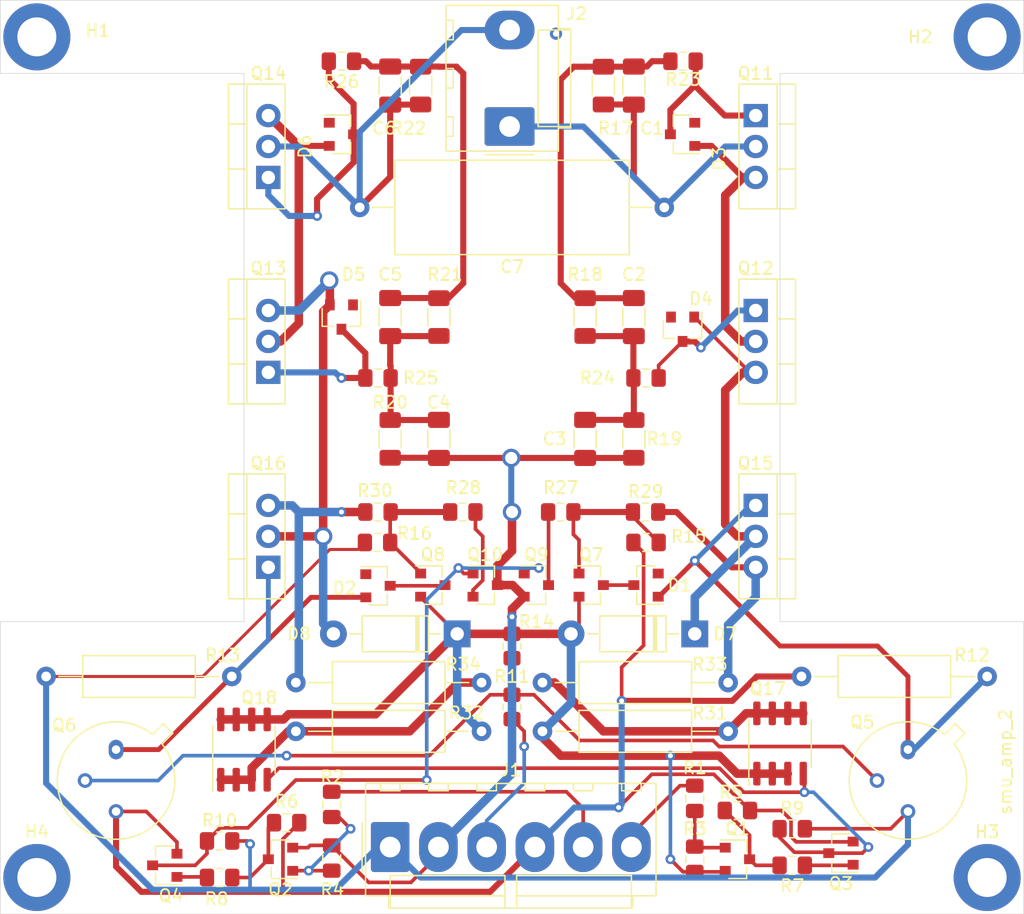
<source format=kicad_pcb>
(kicad_pcb (version 20171130) (host pcbnew 5.1.10-88a1d61d58~88~ubuntu18.04.1)
  (layers (0 F.Cu signal) (31 B.Cu signal) (34 B.Paste user hide) (35 F.Paste user hide) (36 B.SilkS user hide) (37 F.SilkS user) (38 B.Mask user hide) (39 F.Mask user hide) (44 Edge.Cuts user))
  (net 0 "")
  (net 1 "Net-(C1-Pad2)")
  (net 2 /160V+)
  (net 3 "Net-(C2-Pad2)")
  (net 4 /AMP_OUT)
  (net 5 "Net-(C4-Pad2)")
  (net 6 "Net-(C5-Pad1)")
  (net 7 /160V-)
  (net 8 "Net-(D1-Pad3)")
  (net 9 "Net-(D1-Pad2)")
  (net 10 "Net-(D1-Pad1)")
  (net 11 "Net-(D2-Pad3)")
  (net 12 "Net-(D2-Pad2)")
  (net 13 "Net-(D2-Pad1)")
  (net 14 "Net-(D3-Pad3)")
  (net 15 "Net-(D3-Pad2)")
  (net 16 "Net-(D3-Pad1)")
  (net 17 "Net-(D4-Pad3)")
  (net 18 "Net-(D4-Pad2)")
  (net 19 "Net-(D4-Pad1)")
  (net 20 "Net-(D5-Pad3)")
  (net 21 "Net-(D5-Pad2)")
  (net 22 "Net-(D5-Pad1)")
  (net 23 "Net-(D6-Pad3)")
  (net 24 "Net-(D6-Pad2)")
  (net 25 "Net-(D6-Pad1)")
  (net 26 -15V)
  (net 27 +15V)
  (net 28 "Net-(Q3-Pad1)")
  (net 29 "Net-(Q4-Pad1)")
  (net 30 /AMP_IN)
  (net 31 "Net-(J2-Pad2)")
  (net 32 "Net-(J1-Pad6)")
  (net 33 "Net-(J1-Pad5)")
  (net 34 /CL_A)
  (net 35 /CL_B)
  (net 36 "Net-(Q15-Pad3)")
  (net 37 "Net-(Q16-Pad3)")
  (net 38 "Net-(Q18-Pad1)")
  (net 39 "Net-(Q1-Pad3)")
  (net 40 "Net-(Q1-Pad1)")
  (net 41 "Net-(Q2-Pad3)")
  (net 42 "Net-(Q2-Pad1)")
  (net 43 "Net-(Q5-Pad2)")
  (net 44 "Net-(Q7-Pad1)")
  (net 45 "Net-(Q8-Pad1)")
  (net 46 "Net-(Q9-Pad3)")
  (net 47 "Net-(Q10-Pad2)")
  (net 48 "Net-(Q17-Pad5)")
  (module Package_TO_SOT_THT:TO-220-3_Vertical (layer F.Cu) (at 62 41.46 270)
    (fp_text reference Q15 (at -3.46 0 180) (layer F.SilkS))
    (fp_text value TIP41)
    (pad 3 thru_hole oval (at 5.08 0 270) (size 1.905 2) (drill 1.1) (layers *.Cu *.Mask) (net 36 "Net-(Q15-Pad3)"))
    (pad 2 thru_hole oval (at 2.54 0 270) (size 1.905 2) (drill 1.1) (layers *.Cu *.Mask) (net 19 "Net-(D4-Pad1)"))
    (pad 1 thru_hole rect (at 0 0 270) (size 1.905 2) (drill 1.1) (layers *.Cu *.Mask) (net 10 "Net-(D1-Pad1)"))
  )
  (module Package_TO_SOT_SMD:SOT-23 (layer F.Cu) (at 31 48.055001)
    (fp_text reference D2 (at -2.75 0.194999) (layer F.SilkS))
    (fp_text value BAV99)
    (pad 3 smd rect (at 1 0) (size 0.9 0.8) (layers F.Cu F.Paste F.Mask) (net 11 "Net-(D2-Pad3)"))
    (pad 2 smd rect (at -1 0.95) (size 0.9 0.8) (layers F.Cu F.Paste F.Mask) (net 12 "Net-(D2-Pad2)"))
    (pad 1 smd rect (at -1 -0.95) (size 0.9 0.8) (layers F.Cu F.Paste F.Mask) (net 13 "Net-(D2-Pad1)"))
  )
  (module Resistor_SMD:R_0805_2012Metric_Pad1.20x1.40mm_HandSolder (layer F.Cu) (at 42 53 270)
    (fp_text reference R14 (at -2 -2 180) (layer F.SilkS))
    (fp_text value 220R)
    (pad 2 smd roundrect (at 1 0 270) (size 1.2 1.4) (layers F.Cu F.Paste F.Mask) (roundrect_rratio 0.2083325) (net 43 "Net-(Q5-Pad2)"))
    (pad 1 smd roundrect (at -1 0 270) (size 1.2 1.4) (layers F.Cu F.Paste F.Mask) (roundrect_rratio 0.2083325) (net 4 /AMP_OUT))
  )
  (module Resistor_SMD:R_0805_2012Metric_Pad1.20x1.40mm_HandSolder (layer F.Cu) (at 42 58 270)
    (fp_text reference R11 (at -2.5 0 180) (layer F.SilkS))
    (fp_text value 1k)
    (pad 2 smd roundrect (at 1 0 270) (size 1.2 1.4) (layers F.Cu F.Paste F.Mask) (roundrect_rratio 0.2083325) (net 30 /AMP_IN))
    (pad 1 smd roundrect (at -1 0 270) (size 1.2 1.4) (layers F.Cu F.Paste F.Mask) (roundrect_rratio 0.2083325) (net 43 "Net-(Q5-Pad2)"))
  )
  (module Connector_Molex:Molex_KK-396_A-41791-0006_1x06_P3.96mm_Vertical (layer F.Cu) (at 32 69.5)
    (fp_text reference J1 (at 9.9 -6.31) (layer F.SilkS))
    (fp_text value Conn_01x06_Male)
    (pad 6 thru_hole oval (at 19.8 0) (size 3.16 4.1) (drill 1.7) (layers *.Cu *.Mask) (net 32 "Net-(J1-Pad6)"))
    (pad 5 thru_hole oval (at 15.84 0) (size 3.16 4.1) (drill 1.7) (layers *.Cu *.Mask) (net 33 "Net-(J1-Pad5)"))
    (pad 4 thru_hole oval (at 11.88 0) (size 3.16 4.1) (drill 1.7) (layers *.Cu *.Mask) (net 27 +15V))
    (pad 3 thru_hole oval (at 7.92 0) (size 3.16 4.1) (drill 1.7) (layers *.Cu *.Mask) (net 30 /AMP_IN))
    (pad 2 thru_hole oval (at 3.96 0) (size 3.16 4.1) (drill 1.7) (layers *.Cu *.Mask) (net 4 /AMP_OUT))
    (pad 1 thru_hole roundrect (at 0 0) (size 3.16 4.1) (drill 1.7) (layers *.Cu *.Mask) (roundrect_rratio 0.07911392405063292) (net 26 -15V))
  )
  (module Capacitor_SMD:C_0805_2012Metric_Pad1.18x1.45mm_HandSolder (layer F.Cu) (at 18 69)
    (fp_text reference R10 (at 0 -1.68) (layer F.SilkS))
    (fp_text value 22k)
    (pad 2 smd roundrect (at 1.0375 0) (size 1.175 1.45) (layers F.Cu F.Paste F.Mask) (roundrect_rratio 0.2127659574468085) (net 26 -15V))
    (pad 1 smd roundrect (at -1.0375 0) (size 1.175 1.45) (layers F.Cu F.Paste F.Mask) (roundrect_rratio 0.2127659574468085) (net 34 /CL_A))
  )
  (module Capacitor_SMD:C_0805_2012Metric_Pad1.18x1.45mm_HandSolder (layer F.Cu) (at 65 68)
    (fp_text reference R9 (at 0 -1.68) (layer F.SilkS))
    (fp_text value 22k)
    (pad 2 smd roundrect (at 1.0375 0) (size 1.175 1.45) (layers F.Cu F.Paste F.Mask) (roundrect_rratio 0.2127659574468085) (net 26 -15V))
    (pad 1 smd roundrect (at -1.0375 0) (size 1.175 1.45) (layers F.Cu F.Paste F.Mask) (roundrect_rratio 0.2127659574468085) (net 35 /CL_B))
  )
  (module Capacitor_SMD:C_0805_2012Metric_Pad1.18x1.45mm_HandSolder (layer F.Cu) (at 18 72)
    (fp_text reference R8 (at -0.25 1.75) (layer F.SilkS))
    (fp_text value 47k)
    (pad 2 smd roundrect (at 1.0375 0) (size 1.175 1.45) (layers F.Cu F.Paste F.Mask) (roundrect_rratio 0.2127659574468085) (net 41 "Net-(Q2-Pad3)"))
    (pad 1 smd roundrect (at -1.0375 0) (size 1.175 1.45) (layers F.Cu F.Paste F.Mask) (roundrect_rratio 0.2127659574468085) (net 29 "Net-(Q4-Pad1)"))
  )
  (module Capacitor_SMD:C_0805_2012Metric_Pad1.18x1.45mm_HandSolder (layer F.Cu) (at 65 71 180)
    (fp_text reference R7 (at 0 -1.68) (layer F.SilkS))
    (fp_text value 47k)
    (pad 2 smd roundrect (at 1.0375 0 180) (size 1.175 1.45) (layers F.Cu F.Paste F.Mask) (roundrect_rratio 0.2127659574468085) (net 39 "Net-(Q1-Pad3)"))
    (pad 1 smd roundrect (at -1.0375 0 180) (size 1.175 1.45) (layers F.Cu F.Paste F.Mask) (roundrect_rratio 0.2127659574468085) (net 28 "Net-(Q3-Pad1)"))
  )
  (module Capacitor_SMD:C_0805_2012Metric_Pad1.18x1.45mm_HandSolder (layer F.Cu) (at 23.5 67.5 180)
    (fp_text reference R6 (at 0 1.75) (layer F.SilkS))
    (fp_text value 47k)
    (pad 2 smd roundrect (at 1.0375 0 180) (size 1.175 1.45) (layers F.Cu F.Paste F.Mask) (roundrect_rratio 0.2127659574468085) (net 41 "Net-(Q2-Pad3)"))
    (pad 1 smd roundrect (at -1.0375 0 180) (size 1.175 1.45) (layers F.Cu F.Paste F.Mask) (roundrect_rratio 0.2127659574468085) (net 27 +15V))
  )
  (module Capacitor_SMD:C_0805_2012Metric_Pad1.18x1.45mm_HandSolder (layer F.Cu) (at 60.5 66.5 180)
    (fp_text reference R5 (at 0.5 1.5) (layer F.SilkS))
    (fp_text value 47k)
    (pad 2 smd roundrect (at 1.0375 0 180) (size 1.175 1.45) (layers F.Cu F.Paste F.Mask) (roundrect_rratio 0.2127659574468085) (net 39 "Net-(Q1-Pad3)"))
    (pad 1 smd roundrect (at -1.0375 0 180) (size 1.175 1.45) (layers F.Cu F.Paste F.Mask) (roundrect_rratio 0.2127659574468085) (net 27 +15V))
  )
  (module Capacitor_SMD:C_0805_2012Metric_Pad1.18x1.45mm_HandSolder (layer F.Cu) (at 27.2 70.4 90)
    (fp_text reference R4 (at -2.6 0.05 180) (layer F.SilkS))
    (fp_text value 47k)
    (pad 2 smd roundrect (at 1.0375 0 90) (size 1.175 1.45) (layers F.Cu F.Paste F.Mask) (roundrect_rratio 0.2127659574468085) (net 4 /AMP_OUT))
    (pad 1 smd roundrect (at -1.0375 0 90) (size 1.175 1.45) (layers F.Cu F.Paste F.Mask) (roundrect_rratio 0.2127659574468085) (net 42 "Net-(Q2-Pad1)"))
  )
  (module Capacitor_SMD:C_0805_2012Metric_Pad1.18x1.45mm_HandSolder (layer F.Cu) (at 57 70.5 270)
    (fp_text reference R3 (at -2.5 0 180) (layer F.SilkS))
    (fp_text value 47k)
    (pad 2 smd roundrect (at 1.0375 0 270) (size 1.175 1.45) (layers F.Cu F.Paste F.Mask) (roundrect_rratio 0.2127659574468085) (net 4 /AMP_OUT))
    (pad 1 smd roundrect (at -1.0375 0 270) (size 1.175 1.45) (layers F.Cu F.Paste F.Mask) (roundrect_rratio 0.2127659574468085) (net 40 "Net-(Q1-Pad1)"))
  )
  (module Capacitor_SMD:C_0805_2012Metric_Pad1.18x1.45mm_HandSolder (layer F.Cu) (at 27.2 66 270)
    (fp_text reference R2 (at -2.25 -0.05 180) (layer F.SilkS))
    (fp_text value 1k)
    (pad 2 smd roundrect (at 1.0375 0 270) (size 1.175 1.45) (layers F.Cu F.Paste F.Mask) (roundrect_rratio 0.2127659574468085) (net 42 "Net-(Q2-Pad1)"))
    (pad 1 smd roundrect (at -1.0375 0 270) (size 1.175 1.45) (layers F.Cu F.Paste F.Mask) (roundrect_rratio 0.2127659574468085) (net 33 "Net-(J1-Pad5)"))
  )
  (module Capacitor_SMD:C_0805_2012Metric_Pad1.18x1.45mm_HandSolder (layer F.Cu) (at 57 65.5 270)
    (fp_text reference R1 (at -2.5 0 180) (layer F.SilkS))
    (fp_text value 1k)
    (pad 2 smd roundrect (at 1.0375 0 270) (size 1.175 1.45) (layers F.Cu F.Paste F.Mask) (roundrect_rratio 0.2127659574468085) (net 40 "Net-(Q1-Pad1)"))
    (pad 1 smd roundrect (at -1.0375 0 270) (size 1.175 1.45) (layers F.Cu F.Paste F.Mask) (roundrect_rratio 0.2127659574468085) (net 32 "Net-(J1-Pad6)"))
  )
  (module Package_TO_SOT_SMD:SOT-23 (layer F.Cu) (at 13.5 71 180)
    (fp_text reference Q4 (at -0.5 -2.5) (layer F.SilkS))
    (fp_text value BC807)
    (pad 3 smd rect (at 1 0 180) (size 0.9 0.8) (layers F.Cu F.Paste F.Mask) (net 34 /CL_A))
    (pad 2 smd rect (at -1 0.95 180) (size 0.9 0.8) (layers F.Cu F.Paste F.Mask) (net 27 +15V))
    (pad 1 smd rect (at -1 -0.95 180) (size 0.9 0.8) (layers F.Cu F.Paste F.Mask) (net 29 "Net-(Q4-Pad1)"))
  )
  (module Package_TO_SOT_SMD:SOT-23 (layer F.Cu) (at 69 70 180)
    (fp_text reference Q3 (at 0 -2.5) (layer F.SilkS))
    (fp_text value BC807)
    (pad 3 smd rect (at 1 0 180) (size 0.9 0.8) (layers F.Cu F.Paste F.Mask) (net 35 /CL_B))
    (pad 2 smd rect (at -1 0.95 180) (size 0.9 0.8) (layers F.Cu F.Paste F.Mask) (net 27 +15V))
    (pad 1 smd rect (at -1 -0.95 180) (size 0.9 0.8) (layers F.Cu F.Paste F.Mask) (net 28 "Net-(Q3-Pad1)"))
  )
  (module Package_TO_SOT_SMD:SOT-23 (layer F.Cu) (at 23 70.5 180)
    (fp_text reference Q2 (at 0 -2.5) (layer F.SilkS))
    (fp_text value 2N7002)
    (pad 3 smd rect (at 1 0 180) (size 0.9 0.8) (layers F.Cu F.Paste F.Mask) (net 41 "Net-(Q2-Pad3)"))
    (pad 2 smd rect (at -1 0.95 180) (size 0.9 0.8) (layers F.Cu F.Paste F.Mask) (net 4 /AMP_OUT))
    (pad 1 smd rect (at -1 -0.95 180) (size 0.9 0.8) (layers F.Cu F.Paste F.Mask) (net 42 "Net-(Q2-Pad1)"))
  )
  (module Package_TO_SOT_SMD:SOT-23 (layer F.Cu) (at 60.5 70.5)
    (fp_text reference Q1 (at 0 -2.5) (layer F.SilkS))
    (fp_text value 2N7002)
    (pad 3 smd rect (at 1 0) (size 0.9 0.8) (layers F.Cu F.Paste F.Mask) (net 39 "Net-(Q1-Pad3)"))
    (pad 2 smd rect (at -1 0.95) (size 0.9 0.8) (layers F.Cu F.Paste F.Mask) (net 4 /AMP_OUT))
    (pad 1 smd rect (at -1 -0.95) (size 0.9 0.8) (layers F.Cu F.Paste F.Mask) (net 40 "Net-(Q1-Pad1)"))
  )
  (module Resistor_THT:R_Axial_DIN0309_L9.0mm_D3.2mm_P15.24mm_Horizontal (layer F.Cu) (at 39.5 60 180)
    (fp_text reference R32 (at 1.25 1.5) (layer F.SilkS))
    (fp_text value 2k2)
    (pad 2 thru_hole oval (at 15.24 0 180) (size 1.6 1.6) (drill 0.8) (layers *.Cu *.Mask) (net 38 "Net-(Q18-Pad1)"))
    (pad 1 thru_hole circle (at 0 0 180) (size 1.6 1.6) (drill 0.8) (layers *.Cu *.Mask) (net 4 /AMP_OUT))
  )
  (module Resistor_THT:R_Axial_DIN0309_L9.0mm_D3.2mm_P15.24mm_Horizontal (layer F.Cu) (at 59.74 60 180)
    (fp_text reference R31 (at 1.49 1.5) (layer F.SilkS))
    (fp_text value 2k2)
    (pad 2 thru_hole oval (at 15.24 0 180) (size 1.6 1.6) (drill 0.8) (layers *.Cu *.Mask) (net 4 /AMP_OUT))
    (pad 1 thru_hole circle (at 0 0 180) (size 1.6 1.6) (drill 0.8) (layers *.Cu *.Mask) (net 48 "Net-(Q17-Pad5)"))
  )
  (module Capacitor_SMD:C_0805_2012Metric_Pad1.18x1.45mm_HandSolder (layer F.Cu) (at 30.9625 44.5)
    (fp_text reference R16 (at 3.0375 -0.75) (layer F.SilkS))
    (fp_text value DNP)
    (pad 2 smd roundrect (at 1.0375 0) (size 1.175 1.45) (layers F.Cu F.Paste F.Mask) (roundrect_rratio 0.2127659574468085) (net 45 "Net-(Q8-Pad1)"))
    (pad 1 smd roundrect (at -1.0375 0) (size 1.175 1.45) (layers F.Cu F.Paste F.Mask) (roundrect_rratio 0.2127659574468085) (net 26 -15V))
  )
  (module Capacitor_SMD:C_0805_2012Metric_Pad1.18x1.45mm_HandSolder (layer F.Cu) (at 53 44.5)
    (fp_text reference R15 (at 3.5 -0.5) (layer F.SilkS))
    (fp_text value DNP)
    (pad 2 smd roundrect (at 1.0375 0) (size 1.175 1.45) (layers F.Cu F.Paste F.Mask) (roundrect_rratio 0.2127659574468085) (net 44 "Net-(Q7-Pad1)"))
    (pad 1 smd roundrect (at -1.0375 0) (size 1.175 1.45) (layers F.Cu F.Paste F.Mask) (roundrect_rratio 0.2127659574468085) (net 27 +15V))
  )
  (module Package_SO:SOIC-8_3.9x4.9mm_P1.27mm (layer F.Cu) (at 20 61.5 90)
    (fp_text reference Q18 (at 4.25 1.25 180) (layer F.SilkS))
    (fp_text value IRF7403)
    (pad 8 smd roundrect (at 2.475 -1.905 90) (size 1.95 0.6) (layers F.Cu F.Paste F.Mask) (net 4 /AMP_OUT))
    (pad 7 smd roundrect (at 2.475 -0.635 90) (size 1.95 0.6) (layers F.Cu F.Paste F.Mask) (net 4 /AMP_OUT))
    (pad 6 smd roundrect (at 2.475 0.635 90) (size 1.95 0.6) (layers F.Cu F.Paste F.Mask) (net 4 /AMP_OUT))
    (pad 5 smd roundrect (at 2.475 1.905 90) (size 1.95 0.6) (layers F.Cu F.Paste F.Mask) (net 4 /AMP_OUT))
    (pad 4 smd roundrect (at -2.475 1.905 90) (size 1.95 0.6) (layers F.Cu F.Paste F.Mask) (net 35 /CL_B))
    (pad 3 smd roundrect (at -2.475 0.635 90) (size 1.95 0.6) (layers F.Cu F.Paste F.Mask) (net 38 "Net-(Q18-Pad1)"))
    (pad 2 smd roundrect (at -2.475 -0.635 90) (size 1.95 0.6) (layers F.Cu F.Paste F.Mask) (net 38 "Net-(Q18-Pad1)"))
    (pad 1 smd roundrect (at -2.475 -1.905 90) (size 1.95 0.6) (layers F.Cu F.Paste F.Mask) (net 38 "Net-(Q18-Pad1)"))
  )
  (module Package_SO:SOIC-8_3.9x4.9mm_P1.27mm (layer F.Cu) (at 64 61 90)
    (fp_text reference Q17 (at 4.5 -1 180) (layer F.SilkS))
    (fp_text value IRF7403)
    (pad 8 smd roundrect (at 2.475 -1.905 90) (size 1.95 0.6) (layers F.Cu F.Paste F.Mask) (net 48 "Net-(Q17-Pad5)"))
    (pad 7 smd roundrect (at 2.475 -0.635 90) (size 1.95 0.6) (layers F.Cu F.Paste F.Mask) (net 48 "Net-(Q17-Pad5)"))
    (pad 6 smd roundrect (at 2.475 0.635 90) (size 1.95 0.6) (layers F.Cu F.Paste F.Mask) (net 48 "Net-(Q17-Pad5)"))
    (pad 5 smd roundrect (at 2.475 1.905 90) (size 1.95 0.6) (layers F.Cu F.Paste F.Mask) (net 48 "Net-(Q17-Pad5)"))
    (pad 4 smd roundrect (at -2.475 1.905 90) (size 1.95 0.6) (layers F.Cu F.Paste F.Mask) (net 35 /CL_B))
    (pad 3 smd roundrect (at -2.475 0.635 90) (size 1.95 0.6) (layers F.Cu F.Paste F.Mask) (net 4 /AMP_OUT))
    (pad 2 smd roundrect (at -2.475 -0.635 90) (size 1.95 0.6) (layers F.Cu F.Paste F.Mask) (net 4 /AMP_OUT))
    (pad 1 smd roundrect (at -2.475 -1.905 90) (size 1.95 0.6) (layers F.Cu F.Paste F.Mask) (net 4 /AMP_OUT))
  )
  (module Package_TO_SOT_SMD:SOT-23 (layer F.Cu) (at 39.8 48)
    (fp_text reference Q10 (at 0 -2.5) (layer F.SilkS))
    (fp_text value 2N7002)
    (pad 3 smd rect (at 1 0) (size 0.9 0.8) (layers F.Cu F.Paste F.Mask) (net 4 /AMP_OUT))
    (pad 2 smd rect (at -1 0.95) (size 0.9 0.8) (layers F.Cu F.Paste F.Mask) (net 47 "Net-(Q10-Pad2)"))
    (pad 1 smd rect (at -1 -0.95) (size 0.9 0.8) (layers F.Cu F.Paste F.Mask) (net 34 /CL_A))
  )
  (module Package_TO_SOT_SMD:SOT-23 (layer F.Cu) (at 44 48)
    (fp_text reference Q9 (at 0 -2.5) (layer F.SilkS))
    (fp_text value 2N7002)
    (pad 3 smd rect (at 1 0) (size 0.9 0.8) (layers F.Cu F.Paste F.Mask) (net 46 "Net-(Q9-Pad3)"))
    (pad 2 smd rect (at -1 0.95) (size 0.9 0.8) (layers F.Cu F.Paste F.Mask) (net 4 /AMP_OUT))
    (pad 1 smd rect (at -1 -0.95) (size 0.9 0.8) (layers F.Cu F.Paste F.Mask) (net 34 /CL_A))
  )
  (module Connector_Molex:Molex_KK-396_A-41791-0003_1x03_P3.96mm_Vertical (layer F.Cu) (at 41.8 10.36 90)
    (fp_text reference J2 (at 9.26 5.5) (layer F.SilkS))
    (fp_text value Conn_01x03_Male)
    (pad 3 thru_hole oval (at 7.92 0 90) (size 3.16 4.1) (drill 1.7) (layers *.Cu *.Mask) (net 7 /160V-))
    (pad 2 thru_hole circle (at 7.62 3.81 90) (size 1 1) (drill 0.5) (layers *.Cu *.Mask) (net 31 "Net-(J2-Pad2)"))
    (pad 1 thru_hole roundrect (at 0 0 90) (size 3.16 4.1) (drill 1.7) (layers *.Cu *.Mask) (roundrect_rratio 0.07911392405063292) (net 2 /160V+))
  )
  (module Capacitor_THT:C_Axial_L19.0mm_D7.5mm_P25.00mm_Horizontal (layer F.Cu) (at 54.5 17 180)
    (fp_text reference C7 (at 12.5 -4.87) (layer F.SilkS))
    (fp_text value 2n2)
    (pad 2 thru_hole oval (at 25 0 180) (size 1.6 1.6) (drill 0.8) (layers *.Cu *.Mask) (net 7 /160V-))
    (pad 1 thru_hole circle (at 0 0 180) (size 1.6 1.6) (drill 0.8) (layers *.Cu *.Mask) (net 2 /160V+))
  )
  (module Diode_THT:D_DO-41_SOD81_P10.16mm_Horizontal (layer F.Cu) (at 37.5 52 180)
    (fp_text reference D8 (at 13 0) (layer F.SilkS))
    (fp_text value 1N4007)
    (pad 2 thru_hole oval (at 10.16 0 180) (size 2.2 2.2) (drill 1.1) (layers *.Cu *.Mask) (net 21 "Net-(D5-Pad2)"))
    (pad 1 thru_hole rect (at 0 0 180) (size 2.2 2.2) (drill 1.1) (layers *.Cu *.Mask) (net 4 /AMP_OUT))
  )
  (module Diode_THT:D_DO-41_SOD81_P10.16mm_Horizontal (layer F.Cu) (at 57 52 180)
    (fp_text reference D7 (at -2.5 0) (layer F.SilkS))
    (fp_text value 1N4007)
    (pad 2 thru_hole oval (at 10.16 0 180) (size 2.2 2.2) (drill 1.1) (layers *.Cu *.Mask) (net 4 /AMP_OUT))
    (pad 1 thru_hole rect (at 0 0 180) (size 2.2 2.2) (drill 1.1) (layers *.Cu *.Mask) (net 19 "Net-(D4-Pad1)"))
  )
  (module Package_TO_SOT_SMD:SOT-23 (layer F.Cu) (at 56 11 180)
    (fp_text reference D3 (at -3 -2 270) (layer F.SilkS))
    (fp_text value BAV199)
    (pad 3 smd rect (at 1 0 180) (size 0.9 0.8) (layers F.Cu F.Paste F.Mask) (net 14 "Net-(D3-Pad3)"))
    (pad 2 smd rect (at -1 0.95 180) (size 0.9 0.8) (layers F.Cu F.Paste F.Mask) (net 15 "Net-(D3-Pad2)"))
    (pad 1 smd rect (at -1 -0.95 180) (size 0.9 0.8) (layers F.Cu F.Paste F.Mask) (net 16 "Net-(D3-Pad1)"))
  )
  (module MountingHole:MountingHole_3.2mm_M3_ISO14580_Pad (layer F.Cu) (at 3 72)
    (fp_text reference H4 (at 0 -3.75) (layer F.SilkS))
    (fp_text value MountingHole)
    (pad 1 thru_hole circle (at 0 0) (size 5.5 5.5) (drill 3.2) (layers *.Cu *.Mask))
  )
  (module MountingHole:MountingHole_3.2mm_M3_ISO14580_Pad (layer F.Cu) (at 81 72)
    (fp_text reference H3 (at 0 -3.75) (layer F.SilkS))
    (fp_text value MountingHole)
    (pad 1 thru_hole circle (at 0 0) (size 5.5 5.5) (drill 3.2) (layers *.Cu *.Mask))
  )
  (module MountingHole:MountingHole_3.2mm_M3_ISO14580_Pad (layer F.Cu) (at 81 3)
    (fp_text reference H2 (at -5.5 0) (layer F.SilkS))
    (fp_text value MountingHole)
    (pad 1 thru_hole circle (at 0 0) (size 5.5 5.5) (drill 3.2) (layers *.Cu *.Mask))
  )
  (module MountingHole:MountingHole_3.2mm_M3_ISO14580_Pad (layer F.Cu) (at 3 3)
    (fp_text reference H1 (at 5 -0.5) (layer F.SilkS))
    (fp_text value MountingHole)
    (pad 1 thru_hole circle (at 0 0) (size 5.5 5.5) (drill 3.2) (layers *.Cu *.Mask))
  )
  (module Capacitor_SMD:C_1206_3216Metric_Pad1.33x1.80mm_HandSolder (layer F.Cu) (at 32 7 90)
    (fp_text reference C6 (at -3.5 -0.5 180) (layer F.SilkS))
    (fp_text value 1n)
    (pad 2 smd roundrect (at 1.5625 0 90) (size 1.325 1.8) (layers F.Cu F.Paste F.Mask) (roundrect_rratio 0.1886784905660377) (net 6 "Net-(C5-Pad1)"))
    (pad 1 smd roundrect (at -1.5625 0 90) (size 1.325 1.8) (layers F.Cu F.Paste F.Mask) (roundrect_rratio 0.1886784905660377) (net 7 /160V-))
  )
  (module Capacitor_SMD:C_1206_3216Metric_Pad1.33x1.80mm_HandSolder (layer F.Cu) (at 32 26 270)
    (fp_text reference C5 (at -3.5 0 180) (layer F.SilkS))
    (fp_text value 1n)
    (pad 2 smd roundrect (at 1.5625 0 270) (size 1.325 1.8) (layers F.Cu F.Paste F.Mask) (roundrect_rratio 0.1886784905660377) (net 5 "Net-(C4-Pad2)"))
    (pad 1 smd roundrect (at -1.5625 0 270) (size 1.325 1.8) (layers F.Cu F.Paste F.Mask) (roundrect_rratio 0.1886784905660377) (net 6 "Net-(C5-Pad1)"))
  )
  (module Capacitor_SMD:C_1206_3216Metric_Pad1.33x1.80mm_HandSolder (layer F.Cu) (at 36 36 90)
    (fp_text reference C4 (at 3 0 180) (layer F.SilkS))
    (fp_text value 2n2)
    (pad 2 smd roundrect (at 1.5625 0 90) (size 1.325 1.8) (layers F.Cu F.Paste F.Mask) (roundrect_rratio 0.1886784905660377) (net 5 "Net-(C4-Pad2)"))
    (pad 1 smd roundrect (at -1.5625 0 90) (size 1.325 1.8) (layers F.Cu F.Paste F.Mask) (roundrect_rratio 0.1886784905660377) (net 4 /AMP_OUT))
  )
  (module Capacitor_SMD:C_1206_3216Metric_Pad1.33x1.80mm_HandSolder (layer F.Cu) (at 48 36 270)
    (fp_text reference C3 (at 0 2.5 180) (layer F.SilkS))
    (fp_text value 2n2)
    (pad 2 smd roundrect (at 1.5625 0 270) (size 1.325 1.8) (layers F.Cu F.Paste F.Mask) (roundrect_rratio 0.1886784905660377) (net 4 /AMP_OUT))
    (pad 1 smd roundrect (at -1.5625 0 270) (size 1.325 1.8) (layers F.Cu F.Paste F.Mask) (roundrect_rratio 0.1886784905660377) (net 3 "Net-(C2-Pad2)"))
  )
  (module Capacitor_SMD:C_1206_3216Metric_Pad1.33x1.80mm_HandSolder (layer F.Cu) (at 52 26 270)
    (fp_text reference C2 (at -3.5 0 180) (layer F.SilkS))
    (fp_text value 1n)
    (pad 2 smd roundrect (at 1.5625 0 270) (size 1.325 1.8) (layers F.Cu F.Paste F.Mask) (roundrect_rratio 0.1886784905660377) (net 3 "Net-(C2-Pad2)"))
    (pad 1 smd roundrect (at -1.5625 0 270) (size 1.325 1.8) (layers F.Cu F.Paste F.Mask) (roundrect_rratio 0.1886784905660377) (net 1 "Net-(C1-Pad2)"))
  )
  (module Capacitor_SMD:C_1206_3216Metric_Pad1.33x1.80mm_HandSolder (layer F.Cu) (at 52 7 90)
    (fp_text reference C1 (at -3.5 1.5 180) (layer F.SilkS))
    (fp_text value 1n)
    (pad 2 smd roundrect (at 1.5625 0 90) (size 1.325 1.8) (layers F.Cu F.Paste F.Mask) (roundrect_rratio 0.1886784905660377) (net 1 "Net-(C1-Pad2)"))
    (pad 1 smd roundrect (at -1.5625 0 90) (size 1.325 1.8) (layers F.Cu F.Paste F.Mask) (roundrect_rratio 0.1886784905660377) (net 2 /160V+))
  )
  (module Resistor_THT:R_Axial_DIN0309_L9.0mm_D3.2mm_P15.24mm_Horizontal (layer F.Cu) (at 39.5 56 180)
    (fp_text reference R34 (at 1.5 1.5) (layer F.SilkS))
    (fp_text value 22R)
    (pad 2 thru_hole oval (at 15.24 0 180) (size 1.6 1.6) (drill 0.8) (layers *.Cu *.Mask) (net 37 "Net-(Q16-Pad3)"))
    (pad 1 thru_hole circle (at 0 0 180) (size 1.6 1.6) (drill 0.8) (layers *.Cu *.Mask) (net 38 "Net-(Q18-Pad1)"))
  )
  (module Resistor_THT:R_Axial_DIN0309_L9.0mm_D3.2mm_P15.24mm_Horizontal (layer F.Cu) (at 59.74 56 180)
    (fp_text reference R33 (at 1.49 1.5) (layer F.SilkS))
    (fp_text value 22R)
    (pad 2 thru_hole oval (at 15.24 0 180) (size 1.6 1.6) (drill 0.8) (layers *.Cu *.Mask) (net 48 "Net-(Q17-Pad5)"))
    (pad 1 thru_hole circle (at 0 0 180) (size 1.6 1.6) (drill 0.8) (layers *.Cu *.Mask) (net 36 "Net-(Q15-Pad3)"))
  )
  (module Capacitor_SMD:C_0805_2012Metric_Pad1.18x1.45mm_HandSolder (layer F.Cu) (at 31 42 180)
    (fp_text reference R30 (at 0.25 1.75) (layer F.SilkS))
    (fp_text value 1k)
    (pad 2 smd roundrect (at 1.0375 0 180) (size 1.175 1.45) (layers F.Cu F.Paste F.Mask) (roundrect_rratio 0.2127659574468085) (net 37 "Net-(Q16-Pad3)"))
    (pad 1 smd roundrect (at -1.0375 0 180) (size 1.175 1.45) (layers F.Cu F.Paste F.Mask) (roundrect_rratio 0.2127659574468085) (net 45 "Net-(Q8-Pad1)"))
  )
  (module Capacitor_SMD:C_0805_2012Metric_Pad1.18x1.45mm_HandSolder (layer F.Cu) (at 52.9625 42)
    (fp_text reference R29 (at 0 -1.68) (layer F.SilkS))
    (fp_text value 1k)
    (pad 2 smd roundrect (at 1.0375 0) (size 1.175 1.45) (layers F.Cu F.Paste F.Mask) (roundrect_rratio 0.2127659574468085) (net 36 "Net-(Q15-Pad3)"))
    (pad 1 smd roundrect (at -1.0375 0) (size 1.175 1.45) (layers F.Cu F.Paste F.Mask) (roundrect_rratio 0.2127659574468085) (net 44 "Net-(Q7-Pad1)"))
  )
  (module Capacitor_SMD:C_0805_2012Metric_Pad1.18x1.45mm_HandSolder (layer F.Cu) (at 37.9625 42)
    (fp_text reference R28 (at 0.0375 -2) (layer F.SilkS))
    (fp_text value 220R)
    (pad 2 smd roundrect (at 1.0375 0) (size 1.175 1.45) (layers F.Cu F.Paste F.Mask) (roundrect_rratio 0.2127659574468085) (net 47 "Net-(Q10-Pad2)"))
    (pad 1 smd roundrect (at -1.0375 0) (size 1.175 1.45) (layers F.Cu F.Paste F.Mask) (roundrect_rratio 0.2127659574468085) (net 45 "Net-(Q8-Pad1)"))
  )
  (module Capacitor_SMD:C_0805_2012Metric_Pad1.18x1.45mm_HandSolder (layer F.Cu) (at 46 42)
    (fp_text reference R27 (at 0 -2) (layer F.SilkS))
    (fp_text value 220R)
    (pad 2 smd roundrect (at 1.0375 0) (size 1.175 1.45) (layers F.Cu F.Paste F.Mask) (roundrect_rratio 0.2127659574468085) (net 44 "Net-(Q7-Pad1)"))
    (pad 1 smd roundrect (at -1.0375 0) (size 1.175 1.45) (layers F.Cu F.Paste F.Mask) (roundrect_rratio 0.2127659574468085) (net 46 "Net-(Q9-Pad3)"))
  )
  (module Capacitor_SMD:C_0805_2012Metric_Pad1.18x1.45mm_HandSolder (layer F.Cu) (at 28 5 180)
    (fp_text reference R26 (at 0 -1.68) (layer F.SilkS))
    (fp_text value 47R)
    (pad 2 smd roundrect (at 1.0375 0 180) (size 1.175 1.45) (layers F.Cu F.Paste F.Mask) (roundrect_rratio 0.2127659574468085) (net 23 "Net-(D6-Pad3)"))
    (pad 1 smd roundrect (at -1.0375 0 180) (size 1.175 1.45) (layers F.Cu F.Paste F.Mask) (roundrect_rratio 0.2127659574468085) (net 6 "Net-(C5-Pad1)"))
  )
  (module Capacitor_SMD:C_0805_2012Metric_Pad1.18x1.45mm_HandSolder (layer F.Cu) (at 31 31 180)
    (fp_text reference R25 (at -3.5 0) (layer F.SilkS))
    (fp_text value 47R)
    (pad 2 smd roundrect (at 1.0375 0 180) (size 1.175 1.45) (layers F.Cu F.Paste F.Mask) (roundrect_rratio 0.2127659574468085) (net 20 "Net-(D5-Pad3)"))
    (pad 1 smd roundrect (at -1.0375 0 180) (size 1.175 1.45) (layers F.Cu F.Paste F.Mask) (roundrect_rratio 0.2127659574468085) (net 5 "Net-(C4-Pad2)"))
  )
  (module Capacitor_SMD:C_0805_2012Metric_Pad1.18x1.45mm_HandSolder (layer F.Cu) (at 53 31)
    (fp_text reference R24 (at -4 0) (layer F.SilkS))
    (fp_text value 47R)
    (pad 2 smd roundrect (at 1.0375 0) (size 1.175 1.45) (layers F.Cu F.Paste F.Mask) (roundrect_rratio 0.2127659574468085) (net 17 "Net-(D4-Pad3)"))
    (pad 1 smd roundrect (at -1.0375 0) (size 1.175 1.45) (layers F.Cu F.Paste F.Mask) (roundrect_rratio 0.2127659574468085) (net 3 "Net-(C2-Pad2)"))
  )
  (module Capacitor_SMD:C_0805_2012Metric_Pad1.18x1.45mm_HandSolder (layer F.Cu) (at 56.0375 5)
    (fp_text reference R23 (at 0 1.5) (layer F.SilkS))
    (fp_text value 47R)
    (pad 2 smd roundrect (at 1.0375 0) (size 1.175 1.45) (layers F.Cu F.Paste F.Mask) (roundrect_rratio 0.2127659574468085) (net 14 "Net-(D3-Pad3)"))
    (pad 1 smd roundrect (at -1.0375 0) (size 1.175 1.45) (layers F.Cu F.Paste F.Mask) (roundrect_rratio 0.2127659574468085) (net 1 "Net-(C1-Pad2)"))
  )
  (module Resistor_SMD:R_1206_3216Metric_Pad1.30x1.75mm_HandSolder (layer F.Cu) (at 34.5 7 270)
    (fp_text reference R22 (at 3.5 1 180) (layer F.SilkS))
    (fp_text value 2M2)
    (pad 2 smd roundrect (at 1.55 0 270) (size 1.3 1.75) (layers F.Cu F.Paste F.Mask) (roundrect_rratio 0.1923076923076923) (net 7 /160V-))
    (pad 1 smd roundrect (at -1.55 0 270) (size 1.3 1.75) (layers F.Cu F.Paste F.Mask) (roundrect_rratio 0.1923076923076923) (net 6 "Net-(C5-Pad1)"))
  )
  (module Resistor_SMD:R_1206_3216Metric_Pad1.30x1.75mm_HandSolder (layer F.Cu) (at 36 26 90)
    (fp_text reference R21 (at 3.5 0.5 180) (layer F.SilkS))
    (fp_text value 2M2)
    (pad 2 smd roundrect (at 1.55 0 90) (size 1.3 1.75) (layers F.Cu F.Paste F.Mask) (roundrect_rratio 0.1923076923076923) (net 6 "Net-(C5-Pad1)"))
    (pad 1 smd roundrect (at -1.55 0 90) (size 1.3 1.75) (layers F.Cu F.Paste F.Mask) (roundrect_rratio 0.1923076923076923) (net 5 "Net-(C4-Pad2)"))
  )
  (module Resistor_SMD:R_1206_3216Metric_Pad1.30x1.75mm_HandSolder (layer F.Cu) (at 32 36 90)
    (fp_text reference R20 (at 3 0 180) (layer F.SilkS))
    (fp_text value 1M)
    (pad 2 smd roundrect (at 1.55 0 90) (size 1.3 1.75) (layers F.Cu F.Paste F.Mask) (roundrect_rratio 0.1923076923076923) (net 5 "Net-(C4-Pad2)"))
    (pad 1 smd roundrect (at -1.55 0 90) (size 1.3 1.75) (layers F.Cu F.Paste F.Mask) (roundrect_rratio 0.1923076923076923) (net 4 /AMP_OUT))
  )
  (module Resistor_SMD:R_1206_3216Metric_Pad1.30x1.75mm_HandSolder (layer F.Cu) (at 52 36 90)
    (fp_text reference R19 (at 0 2.5 180) (layer F.SilkS))
    (fp_text value 1M)
    (pad 2 smd roundrect (at 1.55 0 90) (size 1.3 1.75) (layers F.Cu F.Paste F.Mask) (roundrect_rratio 0.1923076923076923) (net 3 "Net-(C2-Pad2)"))
    (pad 1 smd roundrect (at -1.55 0 90) (size 1.3 1.75) (layers F.Cu F.Paste F.Mask) (roundrect_rratio 0.1923076923076923) (net 4 /AMP_OUT))
  )
  (module Resistor_SMD:R_1206_3216Metric_Pad1.30x1.75mm_HandSolder (layer F.Cu) (at 48 26 90)
    (fp_text reference R18 (at 3.5 0 180) (layer F.SilkS))
    (fp_text value 2M2)
    (pad 2 smd roundrect (at 1.55 0 90) (size 1.3 1.75) (layers F.Cu F.Paste F.Mask) (roundrect_rratio 0.1923076923076923) (net 1 "Net-(C1-Pad2)"))
    (pad 1 smd roundrect (at -1.55 0 90) (size 1.3 1.75) (layers F.Cu F.Paste F.Mask) (roundrect_rratio 0.1923076923076923) (net 3 "Net-(C2-Pad2)"))
  )
  (module Resistor_SMD:R_1206_3216Metric_Pad1.30x1.75mm_HandSolder (layer F.Cu) (at 49.5 7 270)
    (fp_text reference R17 (at 3.5 -1 180) (layer F.SilkS))
    (fp_text value 2M2)
    (pad 2 smd roundrect (at 1.55 0 270) (size 1.3 1.75) (layers F.Cu F.Paste F.Mask) (roundrect_rratio 0.1923076923076923) (net 2 /160V+))
    (pad 1 smd roundrect (at -1.55 0 270) (size 1.3 1.75) (layers F.Cu F.Paste F.Mask) (roundrect_rratio 0.1923076923076923) (net 1 "Net-(C1-Pad2)"))
  )
  (module Resistor_THT:R_Axial_DIN0309_L9.0mm_D3.2mm_P15.24mm_Horizontal (layer F.Cu) (at 19 55.5 180)
    (fp_text reference R13 (at 0.75 1.75) (layer F.SilkS))
    (fp_text value 2k2)
    (pad 2 thru_hole oval (at 15.24 0 180) (size 1.6 1.6) (drill 0.8) (layers *.Cu *.Mask) (net 26 -15V))
    (pad 1 thru_hole circle (at 0 0 180) (size 1.6 1.6) (drill 0.8) (layers *.Cu *.Mask) (net 12 "Net-(D2-Pad2)"))
  )
  (module Resistor_THT:R_Axial_DIN0309_L9.0mm_D3.2mm_P15.24mm_Horizontal (layer F.Cu) (at 65.76 55.5)
    (fp_text reference R12 (at 13.99 -1.75) (layer F.SilkS))
    (fp_text value 2k2)
    (pad 2 thru_hole oval (at 15.24 0) (size 1.6 1.6) (drill 0.8) (layers *.Cu *.Mask) (net 10 "Net-(D1-Pad1)"))
    (pad 1 thru_hole circle (at 0 0) (size 1.6 1.6) (drill 0.8) (layers *.Cu *.Mask) (net 27 +15V))
  )
  (module Package_TO_SOT_THT:TO-220-3_Vertical (layer F.Cu) (at 22 14.54 90)
    (fp_text reference Q14 (at 8.54 0 180) (layer F.SilkS))
    (fp_text value IRF9620)
    (pad 3 thru_hole oval (at 5.08 0 90) (size 1.905 2) (drill 1.1) (layers *.Cu *.Mask) (net 24 "Net-(D6-Pad2)"))
    (pad 2 thru_hole oval (at 2.54 0 90) (size 1.905 2) (drill 1.1) (layers *.Cu *.Mask) (net 7 /160V-))
    (pad 1 thru_hole rect (at 0 0 90) (size 1.905 2) (drill 1.1) (layers *.Cu *.Mask) (net 23 "Net-(D6-Pad3)"))
  )
  (module Package_TO_SOT_THT:TO-220-3_Vertical (layer F.Cu) (at 22 30.54 90)
    (fp_text reference Q13 (at 8.54 0 180) (layer F.SilkS))
    (fp_text value IRF9620)
    (pad 3 thru_hole oval (at 5.08 0 90) (size 1.905 2) (drill 1.1) (layers *.Cu *.Mask) (net 21 "Net-(D5-Pad2)"))
    (pad 2 thru_hole oval (at 2.54 0 90) (size 1.905 2) (drill 1.1) (layers *.Cu *.Mask) (net 24 "Net-(D6-Pad2)"))
    (pad 1 thru_hole rect (at 0 0 90) (size 1.905 2) (drill 1.1) (layers *.Cu *.Mask) (net 20 "Net-(D5-Pad3)"))
  )
  (module Package_TO_SOT_THT:TO-220-3_Vertical (layer F.Cu) (at 22 46.54 90)
    (fp_text reference Q16 (at 8.54 0 180) (layer F.SilkS))
    (fp_text value TIP42)
    (pad 3 thru_hole oval (at 5.08 0 90) (size 1.905 2) (drill 1.1) (layers *.Cu *.Mask) (net 37 "Net-(Q16-Pad3)"))
    (pad 2 thru_hole oval (at 2.54 0 90) (size 1.905 2) (drill 1.1) (layers *.Cu *.Mask) (net 21 "Net-(D5-Pad2)"))
    (pad 1 thru_hole rect (at 0 0 90) (size 1.905 2) (drill 1.1) (layers *.Cu *.Mask) (net 12 "Net-(D2-Pad2)"))
  )
  (module Package_TO_SOT_THT:TO-220-3_Vertical (layer F.Cu) (at 62 25.46 270)
    (fp_text reference Q12 (at -3.46 0 180) (layer F.SilkS))
    (fp_text value IRF620)
    (pad 3 thru_hole oval (at 5.08 0 270) (size 1.905 2) (drill 1.1) (layers *.Cu *.Mask) (net 19 "Net-(D4-Pad1)"))
    (pad 2 thru_hole oval (at 2.54 0 270) (size 1.905 2) (drill 1.1) (layers *.Cu *.Mask) (net 16 "Net-(D3-Pad1)"))
    (pad 1 thru_hole rect (at 0 0 270) (size 1.905 2) (drill 1.1) (layers *.Cu *.Mask) (net 17 "Net-(D4-Pad3)"))
  )
  (module Package_TO_SOT_THT:TO-220-3_Vertical (layer F.Cu) (at 62 9.46 270)
    (fp_text reference Q11 (at -3.46 0 180) (layer F.SilkS))
    (fp_text value IRF620)
    (pad 3 thru_hole oval (at 5.08 0 270) (size 1.905 2) (drill 1.1) (layers *.Cu *.Mask) (net 16 "Net-(D3-Pad1)"))
    (pad 2 thru_hole oval (at 2.54 0 270) (size 1.905 2) (drill 1.1) (layers *.Cu *.Mask) (net 2 /160V+))
    (pad 1 thru_hole rect (at 0 0 270) (size 1.905 2) (drill 1.1) (layers *.Cu *.Mask) (net 14 "Net-(D3-Pad3)"))
  )
  (module Package_TO_SOT_SMD:SOT-23 (layer F.Cu) (at 35.5 48)
    (fp_text reference Q8 (at 0 -2.5) (layer F.SilkS))
    (fp_text value BC807)
    (pad 3 smd rect (at 1 0) (size 0.9 0.8) (layers F.Cu F.Paste F.Mask) (net 11 "Net-(D2-Pad3)"))
    (pad 2 smd rect (at -1 0.95) (size 0.9 0.8) (layers F.Cu F.Paste F.Mask) (net 4 /AMP_OUT))
    (pad 1 smd rect (at -1 -0.95) (size 0.9 0.8) (layers F.Cu F.Paste F.Mask) (net 45 "Net-(Q8-Pad1)"))
  )
  (module Package_TO_SOT_SMD:SOT-23 (layer F.Cu) (at 48.5 48)
    (fp_text reference Q7 (at 0 -2.5) (layer F.SilkS))
    (fp_text value BC817)
    (pad 3 smd rect (at 1 0) (size 0.9 0.8) (layers F.Cu F.Paste F.Mask) (net 8 "Net-(D1-Pad3)"))
    (pad 2 smd rect (at -1 0.95) (size 0.9 0.8) (layers F.Cu F.Paste F.Mask) (net 4 /AMP_OUT))
    (pad 1 smd rect (at -1 -0.95) (size 0.9 0.8) (layers F.Cu F.Paste F.Mask) (net 44 "Net-(Q7-Pad1)"))
  )
  (module Package_TO_SOT_THT:TO-39-3 (layer F.Cu) (at 74.5 61.5 270)
    (fp_text reference Q5 (at -2.25 3.75 180) (layer F.SilkS))
    (fp_text value BC160)
    (pad 3 thru_hole oval (at 5.08 0 270) (size 1.2 1.2) (drill 0.7) (layers *.Cu *.Mask) (net 26 -15V))
    (pad 2 thru_hole oval (at 2.54 2.54 270) (size 1.2 1.2) (drill 0.7) (layers *.Cu *.Mask) (net 43 "Net-(Q5-Pad2)"))
    (pad 1 thru_hole oval (at 0 0 270) (size 1.6 1.2) (drill 0.7) (layers *.Cu *.Mask) (net 10 "Net-(D1-Pad1)"))
  )
  (module Package_TO_SOT_THT:TO-39-3 (layer F.Cu) (at 9.5 61.5 270)
    (fp_text reference Q6 (at -2 4.25 180) (layer F.SilkS))
    (fp_text value BC140)
    (pad 3 thru_hole oval (at 5.08 0 270) (size 1.2 1.2) (drill 0.7) (layers *.Cu *.Mask) (net 27 +15V))
    (pad 2 thru_hole oval (at 2.54 2.54 270) (size 1.2 1.2) (drill 0.7) (layers *.Cu *.Mask) (net 43 "Net-(Q5-Pad2)"))
    (pad 1 thru_hole oval (at 0 0 270) (size 1.6 1.2) (drill 0.7) (layers *.Cu *.Mask) (net 12 "Net-(D2-Pad2)"))
  )
  (module Package_TO_SOT_SMD:SOT-23 (layer F.Cu) (at 28 11)
    (fp_text reference D6 (at -3 1 -90) (layer F.SilkS))
    (fp_text value BAV199)
    (pad 3 smd rect (at 1 0) (size 0.9 0.8) (layers F.Cu F.Paste F.Mask) (net 23 "Net-(D6-Pad3)"))
    (pad 2 smd rect (at -1 0.95) (size 0.9 0.8) (layers F.Cu F.Paste F.Mask) (net 24 "Net-(D6-Pad2)"))
    (pad 1 smd rect (at -1 -0.95) (size 0.9 0.8) (layers F.Cu F.Paste F.Mask) (net 25 "Net-(D6-Pad1)"))
  )
  (module Package_TO_SOT_SMD:SOT-23 (layer F.Cu) (at 28 26 270)
    (fp_text reference D5 (at -3.5 -1 180) (layer F.SilkS))
    (fp_text value BAV199)
    (pad 3 smd rect (at 1 0 270) (size 0.9 0.8) (layers F.Cu F.Paste F.Mask) (net 20 "Net-(D5-Pad3)"))
    (pad 2 smd rect (at -1 0.95 270) (size 0.9 0.8) (layers F.Cu F.Paste F.Mask) (net 21 "Net-(D5-Pad2)"))
    (pad 1 smd rect (at -1 -0.95 270) (size 0.9 0.8) (layers F.Cu F.Paste F.Mask) (net 22 "Net-(D5-Pad1)"))
  )
  (module Package_TO_SOT_SMD:SOT-23 (layer F.Cu) (at 56 27 270)
    (fp_text reference D4 (at -2.5 -1.5 180) (layer F.SilkS))
    (fp_text value BAV199)
    (pad 3 smd rect (at 1 0 270) (size 0.9 0.8) (layers F.Cu F.Paste F.Mask) (net 17 "Net-(D4-Pad3)"))
    (pad 2 smd rect (at -1 0.95 270) (size 0.9 0.8) (layers F.Cu F.Paste F.Mask) (net 18 "Net-(D4-Pad2)"))
    (pad 1 smd rect (at -1 -0.95 270) (size 0.9 0.8) (layers F.Cu F.Paste F.Mask) (net 19 "Net-(D4-Pad1)"))
  )
  (module Package_TO_SOT_SMD:SOT-23 (layer F.Cu) (at 53 48 180)
    (fp_text reference D1 (at -2.75 0) (layer F.SilkS))
    (fp_text value BAV99)
    (pad 3 smd rect (at 1 0 180) (size 0.9 0.8) (layers F.Cu F.Paste F.Mask) (net 8 "Net-(D1-Pad3)"))
    (pad 2 smd rect (at -1 0.95 180) (size 0.9 0.8) (layers F.Cu F.Paste F.Mask) (net 9 "Net-(D1-Pad2)"))
    (pad 1 smd rect (at -1 -0.95 180) (size 0.9 0.8) (layers F.Cu F.Paste F.Mask) (net 10 "Net-(D1-Pad1)"))
  )
  (gr_text smu_amp_2 (at 82.5 62.5 90) (layer F.SilkS) (effects (font (size 1 1))))
  (gr_line (start 0 0) (end 0 6) (layer Edge.Cuts) (width 0.05))
  (gr_line (start 84 0) (end 0 0) (layer Edge.Cuts) (width 0.05))
  (gr_line (start 84 6) (end 84 0) (layer Edge.Cuts) (width 0.05))
  (gr_line (start 20 51) (end 20 6) (layer Edge.Cuts) (width 0.05))
  (gr_line (start 0 51) (end 20 51) (layer Edge.Cuts) (width 0.05))
  (gr_line (start 0 75) (end 0 51) (layer Edge.Cuts) (width 0.05))
  (gr_line (start 84 75) (end 0 75) (layer Edge.Cuts) (width 0.05))
  (gr_line (start 84 51) (end 84 75) (layer Edge.Cuts) (width 0.05))
  (gr_line (start 64 51) (end 84 51) (layer Edge.Cuts) (width 0.05))
  (gr_line (start 64 6) (end 64 51) (layer Edge.Cuts) (width 0.05))
  (gr_line (start 84 6) (end 64 6) (layer Edge.Cuts) (width 0.05))
  (gr_line (start 20 6) (end 0 6) (layer Edge.Cuts) (width 0.05))
  (segment (start 51.9875 24.45) (end 52 24.4375) (width 0.5) (layer F.Cu) (net 1))
  (segment (start 48 24.45) (end 51.9875 24.45) (width 0.5) (layer F.Cu) (net 1))
  (segment (start 51.9875 5.45) (end 52 5.4375) (width 0.5) (layer F.Cu) (net 1))
  (segment (start 48 5.45) (end 51.9875 5.45) (width 0.5) (layer F.Cu) (net 1))
  (segment (start 52 5.4375) (end 53.0625 5.4375) (width 0.5) (layer F.Cu) (net 1))
  (segment (start 53.5 5) (end 55 5) (width 0.5) (layer F.Cu) (net 1))
  (segment (start 53.0625 5.4375) (end 53.5 5) (width 0.5) (layer F.Cu) (net 1))
  (segment (start 47.225 24.45) (end 48 24.45) (width 0.5) (layer F.Cu) (net 1))
  (segment (start 48 5.45) (end 47.05 5.45) (width 0.5) (layer F.Cu) (net 1))
  (segment (start 46 23.225) (end 47.225 24.45) (width 0.5) (layer F.Cu) (net 1))
  (segment (start 47.05 5.45) (end 46 6.5) (width 0.5) (layer F.Cu) (net 1))
  (segment (start 46 6.5) (end 46 23.225) (width 0.5) (layer F.Cu) (net 1))
  (segment (start 52 14.5) (end 54.5 17) (width 0.5) (layer F.Cu) (net 2))
  (segment (start 52 8.5625) (end 52 14.5) (width 0.5) (layer F.Cu) (net 2))
  (segment (start 47.86 10.36) (end 54.5 17) (width 0.5) (layer B.Cu) (net 2))
  (segment (start 41.8 10.36) (end 47.86 10.36) (width 0.5) (layer B.Cu) (net 2))
  (segment (start 59.5 12) (end 54.5 17) (width 0.5) (layer B.Cu) (net 2))
  (segment (start 62 12) (end 59.5 12) (width 0.5) (layer B.Cu) (net 2))
  (segment (start 51.9875 8.55) (end 52 8.5625) (width 0.5) (layer F.Cu) (net 2))
  (segment (start 49.5 8.55) (end 51.9875 8.55) (width 0.5) (layer F.Cu) (net 2))
  (segment (start 51.9875 34.4375) (end 52 34.45) (width 0.5) (layer F.Cu) (net 3))
  (segment (start 48 34.4375) (end 51.9875 34.4375) (width 0.5) (layer F.Cu) (net 3))
  (segment (start 52 31.0375) (end 51.9625 31) (width 0.5) (layer F.Cu) (net 3))
  (segment (start 52 34.45) (end 52 31.0375) (width 0.5) (layer F.Cu) (net 3))
  (segment (start 51.9625 27.6) (end 52 27.5625) (width 0.5) (layer F.Cu) (net 3))
  (segment (start 51.9625 31) (end 51.9625 27.6) (width 0.5) (layer F.Cu) (net 3))
  (segment (start 48.0125 27.5625) (end 48 27.55) (width 0.5) (layer F.Cu) (net 3))
  (segment (start 52 27.5625) (end 48.0125 27.5625) (width 0.5) (layer F.Cu) (net 3))
  (segment (start 35.9875 37.55) (end 36 37.5625) (width 0.5) (layer F.Cu) (net 4))
  (segment (start 32 37.55) (end 35.9875 37.55) (width 0.5) (layer F.Cu) (net 4))
  (segment (start 51.9875 37.5625) (end 52 37.55) (width 0.5) (layer F.Cu) (net 4))
  (segment (start 48 37.5625) (end 51.9875 37.5625) (width 0.5) (layer F.Cu) (net 4))
  (segment (start 36 37.5625) (end 41.9375 37.5625) (width 0.5) (layer F.Cu) (net 4))
  (segment (start 41.9375 37.5625) (end 48 37.5625) (width 0.5) (layer F.Cu) (net 4))
  (via (at 41.9375 37.5625) (size 1.5) (drill 1) (layers F.Cu B.Cu) (net 4))
  (via (at 42 42) (size 1.5) (drill 1) (layers F.Cu B.Cu) (net 4))
  (segment (start 41.9375 41.9375) (end 42 42) (width 0.5) (layer B.Cu) (net 4))
  (segment (start 41.9375 37.5625) (end 41.9375 41.9375) (width 0.5) (layer B.Cu) (net 4))
  (segment (start 37.5 58) (end 39.5 60) (width 0.7) (layer B.Cu) (net 4))
  (segment (start 37.5 52) (end 37.5 58) (width 0.7) (layer B.Cu) (net 4))
  (segment (start 46.84 57.66) (end 44.5 60) (width 0.7) (layer B.Cu) (net 4))
  (segment (start 46.84 52) (end 46.84 57.66) (width 0.7) (layer B.Cu) (net 4))
  (segment (start 42 42) (end 42 45.2) (width 0.7) (layer F.Cu) (net 4))
  (segment (start 40.8 46.4) (end 40.8 48) (width 0.7) (layer F.Cu) (net 4))
  (segment (start 42 45.2) (end 40.8 46.4) (width 0.7) (layer F.Cu) (net 4))
  (segment (start 42 49.95) (end 43 48.95) (width 0.7) (layer F.Cu) (net 4))
  (segment (start 42.05 48) (end 43 48.95) (width 0.7) (layer F.Cu) (net 4))
  (segment (start 40.8 48) (end 42.05 48) (width 0.7) (layer F.Cu) (net 4))
  (segment (start 37.5 52) (end 42 52) (width 0.7) (layer F.Cu) (net 4))
  (segment (start 42 52) (end 46.84 52) (width 0.7) (layer F.Cu) (net 4))
  (segment (start 42 52) (end 42 50.6) (width 0.7) (layer F.Cu) (net 4))
  (segment (start 42 50.6) (end 42 49.95) (width 0.7) (layer F.Cu) (net 4))
  (segment (start 37.4 52) (end 37.5 52) (width 0.7) (layer F.Cu) (net 4))
  (segment (start 30.8 58.6) (end 37.4 52) (width 0.7) (layer F.Cu) (net 4))
  (segment (start 23.661998 58.6) (end 30.8 58.6) (width 0.7) (layer F.Cu) (net 4))
  (segment (start 21.905 59.025) (end 23.236998 59.025) (width 0.7) (layer F.Cu) (net 4))
  (segment (start 23.236998 59.025) (end 23.661998 58.6) (width 0.7) (layer F.Cu) (net 4))
  (segment (start 21.905 59.025) (end 20.635 59.025) (width 0.7) (layer F.Cu) (net 4))
  (segment (start 20.635 59.025) (end 19.365 59.025) (width 0.7) (layer F.Cu) (net 4))
  (segment (start 19.365 59.025) (end 18.095 59.025) (width 0.7) (layer F.Cu) (net 4))
  (segment (start 62.095 63.475) (end 63.365 63.475) (width 0.7) (layer F.Cu) (net 4))
  (segment (start 63.365 63.475) (end 64.635 63.475) (width 0.7) (layer F.Cu) (net 4))
  (segment (start 34.5 49) (end 37.5 52) (width 0.3) (layer F.Cu) (net 4))
  (segment (start 34.5 48.95) (end 34.5 49) (width 0.3) (layer F.Cu) (net 4))
  (segment (start 47.5 51.34) (end 46.84 52) (width 0.3) (layer F.Cu) (net 4))
  (segment (start 47.5 48.95) (end 47.5 51.34) (width 0.3) (layer F.Cu) (net 4))
  (segment (start 27.2 69.3625) (end 25.4375 69.3625) (width 0.3) (layer F.Cu) (net 4))
  (segment (start 25.25 69.55) (end 24 69.55) (width 0.3) (layer F.Cu) (net 4))
  (segment (start 25.4375 69.3625) (end 25.25 69.55) (width 0.3) (layer F.Cu) (net 4))
  (segment (start 35.96 70.14001) (end 35.96 69.5) (width 0.3) (layer F.Cu) (net 4))
  (segment (start 27.2 69.3625) (end 30.2375 72.4) (width 0.3) (layer F.Cu) (net 4))
  (segment (start 33.70001 72.4) (end 35.96 70.14001) (width 0.3) (layer F.Cu) (net 4))
  (segment (start 30.2375 72.4) (end 33.70001 72.4) (width 0.3) (layer F.Cu) (net 4))
  (via (at 42 50.6) (size 0.8) (drill 0.4) (layers F.Cu B.Cu) (net 4))
  (segment (start 42 63.46) (end 42 50.6) (width 0.7) (layer B.Cu) (net 4))
  (segment (start 35.96 69.5) (end 42 63.46) (width 0.7) (layer B.Cu) (net 4))
  (segment (start 59.4125 71.5375) (end 59.5 71.45) (width 0.3) (layer F.Cu) (net 4))
  (segment (start 57 71.5375) (end 59.4125 71.5375) (width 0.3) (layer F.Cu) (net 4))
  (via (at 55 70.5) (size 0.8) (drill 0.4) (layers F.Cu B.Cu) (net 4))
  (segment (start 57 71.5375) (end 56.0375 71.5375) (width 0.3) (layer F.Cu) (net 4))
  (segment (start 56.0375 71.5375) (end 55 70.5) (width 0.3) (layer F.Cu) (net 4))
  (segment (start 46 62) (end 44.5 60.5) (width 0.7) (layer F.Cu) (net 4))
  (segment (start 44.5 60.5) (end 44.5 60) (width 0.7) (layer F.Cu) (net 4))
  (segment (start 62.095 63.475) (end 60.475 63.475) (width 0.7) (layer F.Cu) (net 4))
  (segment (start 60.475 63.475) (end 59 62) (width 0.7) (layer F.Cu) (net 4))
  (segment (start 55 70.5) (end 55 62) (width 0.3) (layer B.Cu) (net 4))
  (via (at 55 62) (size 0.8) (drill 0.4) (layers F.Cu B.Cu) (net 4))
  (segment (start 59 62) (end 55 62) (width 0.7) (layer F.Cu) (net 4))
  (segment (start 55 62) (end 46 62) (width 0.7) (layer F.Cu) (net 4))
  (segment (start 32 29.9625) (end 32.0375 30) (width 0.5) (layer F.Cu) (net 5))
  (segment (start 32 27.5625) (end 32 29.9625) (width 0.5) (layer F.Cu) (net 5))
  (segment (start 35.9875 27.5625) (end 36 27.55) (width 0.5) (layer F.Cu) (net 5))
  (segment (start 32 27.5625) (end 35.9875 27.5625) (width 0.5) (layer F.Cu) (net 5))
  (segment (start 32.0375 34.4125) (end 32 34.45) (width 0.5) (layer F.Cu) (net 5))
  (segment (start 32.0375 30) (end 32.0375 34.4125) (width 0.5) (layer F.Cu) (net 5))
  (segment (start 35.9875 34.45) (end 36 34.4375) (width 0.5) (layer F.Cu) (net 5))
  (segment (start 32 34.45) (end 35.9875 34.45) (width 0.5) (layer F.Cu) (net 5))
  (segment (start 35.9875 24.4375) (end 36 24.45) (width 0.5) (layer F.Cu) (net 6))
  (segment (start 32 24.4375) (end 35.9875 24.4375) (width 0.5) (layer F.Cu) (net 6))
  (segment (start 29.0375 5) (end 30 5) (width 0.5) (layer F.Cu) (net 6))
  (segment (start 30.4375 5.4375) (end 32 5.4375) (width 0.5) (layer F.Cu) (net 6))
  (segment (start 30 5) (end 30.4375 5.4375) (width 0.5) (layer F.Cu) (net 6))
  (segment (start 35.9875 5.4375) (end 36 5.45) (width 0.5) (layer F.Cu) (net 6))
  (segment (start 32 5.4375) (end 35.9875 5.4375) (width 0.5) (layer F.Cu) (net 6))
  (segment (start 36 5.45) (end 37.45 5.45) (width 0.5) (layer F.Cu) (net 6))
  (segment (start 36.775 24.45) (end 36 24.45) (width 0.5) (layer F.Cu) (net 6))
  (segment (start 38 6) (end 38 23.225) (width 0.5) (layer F.Cu) (net 6))
  (segment (start 37.45 5.45) (end 38 6) (width 0.5) (layer F.Cu) (net 6))
  (segment (start 38 23.225) (end 36.775 24.45) (width 0.5) (layer F.Cu) (net 6))
  (segment (start 32 14.5) (end 29.5 17) (width 0.5) (layer F.Cu) (net 7))
  (segment (start 32 8.5625) (end 32 14.5) (width 0.5) (layer F.Cu) (net 7))
  (segment (start 41.8 2.44) (end 37.86 2.44) (width 0.5) (layer B.Cu) (net 7))
  (segment (start 29.5 10.8) (end 29.5 17) (width 0.5) (layer B.Cu) (net 7))
  (segment (start 37.86 2.44) (end 29.5 10.8) (width 0.5) (layer B.Cu) (net 7))
  (segment (start 24.5 12) (end 29.5 17) (width 0.5) (layer B.Cu) (net 7))
  (segment (start 22 12) (end 24.5 12) (width 0.5) (layer B.Cu) (net 7))
  (segment (start 34.4875 8.5625) (end 34.5 8.55) (width 0.5) (layer F.Cu) (net 7))
  (segment (start 32 8.5625) (end 34.4875 8.5625) (width 0.5) (layer F.Cu) (net 7))
  (segment (start 52 48) (end 49.5 48) (width 0.3) (layer F.Cu) (net 8))
  (segment (start 75 61.5) (end 81 55.5) (width 0.5) (layer B.Cu) (net 10))
  (segment (start 74.5 61.5) (end 75 61.5) (width 0.5) (layer B.Cu) (net 10))
  (segment (start 54.05 48.95) (end 57 46) (width 0.4) (layer F.Cu) (net 10))
  (via (at 57 46) (size 0.8) (drill 0.4) (layers F.Cu B.Cu) (net 10))
  (segment (start 54 48.95) (end 54.05 48.95) (width 0.4) (layer F.Cu) (net 10))
  (segment (start 61.54 41.46) (end 62 41.46) (width 0.4) (layer B.Cu) (net 10))
  (segment (start 57 46) (end 61.54 41.46) (width 0.4) (layer B.Cu) (net 10))
  (segment (start 74.5 61.5) (end 74.5 55.5) (width 0.4) (layer F.Cu) (net 10))
  (segment (start 74.5 55.5) (end 72 53) (width 0.4) (layer F.Cu) (net 10))
  (segment (start 64 53) (end 57 46) (width 0.4) (layer F.Cu) (net 10))
  (segment (start 72 53) (end 64 53) (width 0.4) (layer F.Cu) (net 10))
  (segment (start 36.444999 48.055001) (end 36.5 48) (width 0.3) (layer F.Cu) (net 11))
  (segment (start 32 48.055001) (end 36.444999 48.055001) (width 0.3) (layer F.Cu) (net 11))
  (segment (start 13 61.5) (end 19 55.5) (width 0.4) (layer F.Cu) (net 12))
  (segment (start 9.5 61.5) (end 13 61.5) (width 0.4) (layer F.Cu) (net 12))
  (segment (start 25.494999 49.005001) (end 19 55.5) (width 0.4) (layer F.Cu) (net 12))
  (segment (start 30 49.005001) (end 25.494999 49.005001) (width 0.4) (layer F.Cu) (net 12))
  (segment (start 22 52.5) (end 19 55.5) (width 0.4) (layer B.Cu) (net 12))
  (segment (start 22 46.54) (end 22 52.5) (width 0.4) (layer B.Cu) (net 12))
  (segment (start 55 11) (end 55 9) (width 0.5) (layer F.Cu) (net 14))
  (segment (start 57.075 6.925) (end 57.075 5) (width 0.5) (layer F.Cu) (net 14))
  (segment (start 55 9) (end 57.075 6.925) (width 0.5) (layer F.Cu) (net 14))
  (segment (start 62 9.46) (end 59.46 9.46) (width 0.5) (layer F.Cu) (net 14))
  (segment (start 57.075 7.075) (end 57.075 6.925) (width 0.5) (layer F.Cu) (net 14))
  (segment (start 59.46 9.46) (end 57.075 7.075) (width 0.5) (layer F.Cu) (net 14))
  (segment (start 61.04 14.54) (end 62 14.54) (width 0.5) (layer F.Cu) (net 16))
  (segment (start 60.798749 28) (end 62 28) (width 0.7) (layer F.Cu) (net 16))
  (segment (start 62 14.54) (end 60.96 14.54) (width 0.7) (layer F.Cu) (net 16))
  (segment (start 60.96 14.54) (end 59.5 16) (width 0.7) (layer F.Cu) (net 16))
  (segment (start 59.5 16) (end 59.5 26.701251) (width 0.7) (layer F.Cu) (net 16))
  (segment (start 59.5 26.701251) (end 60.798749 28) (width 0.7) (layer F.Cu) (net 16))
  (segment (start 58.37 11.95) (end 60.96 14.54) (width 0.5) (layer F.Cu) (net 16))
  (segment (start 57 11.95) (end 58.37 11.95) (width 0.5) (layer F.Cu) (net 16))
  (segment (start 54.0375 29.9625) (end 56 28) (width 0.3) (layer F.Cu) (net 17))
  (segment (start 54.0375 31) (end 54.0375 29.9625) (width 0.3) (layer F.Cu) (net 17))
  (via (at 57.5 28.5) (size 0.8) (drill 0.4) (layers F.Cu B.Cu) (net 17))
  (segment (start 57 28) (end 57.5 28.5) (width 0.5) (layer F.Cu) (net 17))
  (segment (start 56 28) (end 57 28) (width 0.5) (layer F.Cu) (net 17))
  (segment (start 60.54 25.46) (end 62 25.46) (width 0.5) (layer B.Cu) (net 17))
  (segment (start 57.5 28.5) (end 60.54 25.46) (width 0.5) (layer B.Cu) (net 17))
  (segment (start 62 30.54) (end 60.96 30.54) (width 0.7) (layer F.Cu) (net 19))
  (segment (start 60.96 30.54) (end 59.5 32) (width 0.7) (layer F.Cu) (net 19))
  (segment (start 59.5 32) (end 59.5 43) (width 0.7) (layer F.Cu) (net 19))
  (segment (start 60.5 44) (end 62 44) (width 0.7) (layer F.Cu) (net 19))
  (segment (start 59.5 43) (end 60.5 44) (width 0.7) (layer F.Cu) (net 19))
  (segment (start 57 49) (end 57 52) (width 0.7) (layer B.Cu) (net 19))
  (segment (start 62 44) (end 57 49) (width 0.7) (layer B.Cu) (net 19))
  (segment (start 61.52 30.54) (end 62 30.54) (width 0.3) (layer F.Cu) (net 19))
  (segment (start 56.98 26) (end 61.52 30.54) (width 0.3) (layer F.Cu) (net 19))
  (segment (start 56.95 26) (end 56.98 26) (width 0.3) (layer F.Cu) (net 19))
  (segment (start 29.9625 28.9625) (end 28 27) (width 0.5) (layer F.Cu) (net 20))
  (segment (start 29.9625 30) (end 29.9625 28.9625) (width 0.5) (layer F.Cu) (net 20))
  (segment (start 29.9625 30) (end 29.9625 31) (width 0.5) (layer F.Cu) (net 20))
  (segment (start 27.46 30.54) (end 22 30.54) (width 0.5) (layer B.Cu) (net 20))
  (via (at 28 31) (size 0.8) (drill 0.4) (layers F.Cu B.Cu) (net 20))
  (segment (start 28 31) (end 27.46 30.54) (width 0.5) (layer B.Cu) (net 20))
  (segment (start 29.9625 31) (end 28 31) (width 0.5) (layer F.Cu) (net 20))
  (via (at 26.5 44) (size 1.5) (drill 1) (layers F.Cu B.Cu) (net 21))
  (segment (start 22 44) (end 26.5 44) (width 0.7) (layer F.Cu) (net 21))
  (segment (start 27.5 51.9) (end 27.6 52) (width 0.7) (layer F.Cu) (net 21))
  (segment (start 26.5 25.55) (end 27.05 25) (width 0.7) (layer F.Cu) (net 21))
  (segment (start 26.5 44) (end 26.5 25.55) (width 0.7) (layer F.Cu) (net 21))
  (via (at 27 23) (size 1.5) (drill 1) (layers F.Cu B.Cu) (net 21))
  (segment (start 27 24.95) (end 27.05 25) (width 0.5) (layer F.Cu) (net 21))
  (segment (start 27.05 23.05) (end 27 23) (width 0.7) (layer F.Cu) (net 21))
  (segment (start 27.05 25) (end 27.05 23.05) (width 0.7) (layer F.Cu) (net 21))
  (segment (start 24.54 25.46) (end 27 23) (width 0.7) (layer B.Cu) (net 21))
  (segment (start 22 25.46) (end 24.54 25.46) (width 0.7) (layer B.Cu) (net 21))
  (segment (start 26.5 51.16) (end 27.34 52) (width 0.7) (layer B.Cu) (net 21))
  (segment (start 26.5 44) (end 26.5 51.16) (width 0.7) (layer B.Cu) (net 21))
  (segment (start 26.9625 5) (end 26.9625 6.4625) (width 0.5) (layer F.Cu) (net 23))
  (segment (start 29 8.5) (end 29 11) (width 0.5) (layer F.Cu) (net 23))
  (segment (start 26.9625 6.4625) (end 29 8.5) (width 0.5) (layer F.Cu) (net 23))
  (via (at 25.999996 17.7) (size 0.8) (drill 0.4) (layers F.Cu B.Cu) (net 23))
  (segment (start 22 15.9925) (end 23.7075 17.7) (width 0.5) (layer B.Cu) (net 23))
  (segment (start 23.7075 17.7) (end 25.999996 17.7) (width 0.5) (layer B.Cu) (net 23))
  (segment (start 22 14.54) (end 22 15.9925) (width 0.5) (layer B.Cu) (net 23))
  (segment (start 25.999996 16.300004) (end 25.999996 17.7) (width 0.5) (layer F.Cu) (net 23))
  (segment (start 29 13.3) (end 25.999996 16.300004) (width 0.5) (layer F.Cu) (net 23))
  (segment (start 29 11) (end 29 13.3) (width 0.5) (layer F.Cu) (net 23))
  (segment (start 24.5 11.96) (end 22 9.46) (width 0.7) (layer F.Cu) (net 24))
  (segment (start 24.5 26.5) (end 24.5 11.96) (width 0.7) (layer F.Cu) (net 24))
  (segment (start 23 28) (end 24.5 26.5) (width 0.7) (layer F.Cu) (net 24))
  (segment (start 22 28) (end 23 28) (width 0.7) (layer F.Cu) (net 24))
  (segment (start 24.51 11.95) (end 24.5 11.96) (width 0.5) (layer F.Cu) (net 24))
  (segment (start 27 11.95) (end 24.51 11.95) (width 0.5) (layer F.Cu) (net 24))
  (segment (start 34.50001 72.00001) (end 71.79999 72.00001) (width 0.5) (layer B.Cu) (net 26))
  (segment (start 32 69.5) (end 34.50001 72.00001) (width 0.5) (layer B.Cu) (net 26))
  (segment (start 74.5 69.3) (end 74.5 66.58) (width 0.5) (layer B.Cu) (net 26))
  (segment (start 71.79999 72.00001) (end 74.5 69.3) (width 0.5) (layer B.Cu) (net 26))
  (segment (start 73.08 68) (end 74.5 66.58) (width 0.3) (layer F.Cu) (net 26))
  (segment (start 66.0375 68) (end 73.08 68) (width 0.3) (layer F.Cu) (net 26))
  (segment (start 3.76 64.26) (end 3.76 55.5) (width 0.5) (layer B.Cu) (net 26))
  (segment (start 12.5 73) (end 3.76 64.26) (width 0.5) (layer B.Cu) (net 26))
  (segment (start 32 69.5) (end 31 69.5) (width 0.5) (layer B.Cu) (net 26))
  (segment (start 31 69.5) (end 27.5 73) (width 0.5) (layer B.Cu) (net 26))
  (via (at 20.5 69.25) (size 0.8) (drill 0.4) (layers F.Cu B.Cu) (net 26))
  (segment (start 19.0375 69) (end 20.25 69) (width 0.3) (layer F.Cu) (net 26))
  (segment (start 20.25 69) (end 20.5 69.25) (width 0.3) (layer F.Cu) (net 26))
  (segment (start 20.5 69.25) (end 20.5 73) (width 0.3) (layer B.Cu) (net 26))
  (segment (start 27.5 73) (end 20.5 73) (width 0.5) (layer B.Cu) (net 26))
  (segment (start 20.5 73) (end 12.5 73) (width 0.5) (layer B.Cu) (net 26))
  (segment (start 16.622494 55.5) (end 3.76 55.5) (width 0.25) (layer F.Cu) (net 26))
  (segment (start 27.047493 45.075001) (end 16.622494 55.5) (width 0.25) (layer F.Cu) (net 26))
  (segment (start 29.349999 45.075001) (end 27.047493 45.075001) (width 0.25) (layer F.Cu) (net 26))
  (segment (start 29.925 44.5) (end 29.349999 45.075001) (width 0.25) (layer F.Cu) (net 26))
  (segment (start 44.88 69) (end 44 69) (width 0.5) (layer B.Cu) (net 27))
  (segment (start 43.88 69.5) (end 40.20499 73.17501) (width 0.5) (layer F.Cu) (net 27))
  (segment (start 9.5 71.1) (end 9.5 66.58) (width 0.5) (layer F.Cu) (net 27))
  (segment (start 11.57501 73.17501) (end 9.5 71.1) (width 0.5) (layer F.Cu) (net 27))
  (segment (start 14.5 70.05) (end 14.5 69.1) (width 0.3) (layer F.Cu) (net 27))
  (segment (start 11.98 66.58) (end 9.5 66.58) (width 0.3) (layer F.Cu) (net 27))
  (segment (start 14.5 69.1) (end 11.98 66.58) (width 0.3) (layer F.Cu) (net 27))
  (segment (start 64.90001 67.276464) (end 64.123546 66.5) (width 0.3) (layer F.Cu) (net 27))
  (segment (start 64.90001 68.65001) (end 64.90001 67.276464) (width 0.3) (layer F.Cu) (net 27))
  (segment (start 65.32501 69.07501) (end 64.90001 68.65001) (width 0.3) (layer F.Cu) (net 27))
  (segment (start 64.123546 66.5) (end 61.5375 66.5) (width 0.3) (layer F.Cu) (net 27))
  (segment (start 69.97499 69.07501) (end 65.32501 69.07501) (width 0.3) (layer F.Cu) (net 27))
  (segment (start 70 69.05) (end 69.97499 69.07501) (width 0.3) (layer F.Cu) (net 27))
  (segment (start 61.5375 66.5) (end 58.56249 63.52499) (width 0.3) (layer F.Cu) (net 27))
  (via (at 50.75 66.25) (size 0.8) (drill 0.4) (layers F.Cu B.Cu) (net 27))
  (segment (start 53.47501 63.52499) (end 50.75 66.25) (width 0.3) (layer F.Cu) (net 27))
  (segment (start 58.56249 63.52499) (end 53.47501 63.52499) (width 0.3) (layer F.Cu) (net 27))
  (segment (start 62.090002 55.5) (end 60.090002 57.5) (width 0.5) (layer F.Cu) (net 27))
  (segment (start 65.76 55.5) (end 62.090002 55.5) (width 0.5) (layer F.Cu) (net 27))
  (via (at 51 57.5) (size 0.8) (drill 0.4) (layers F.Cu B.Cu) (net 27))
  (segment (start 60.090002 57.5) (end 51 57.5) (width 0.5) (layer F.Cu) (net 27))
  (segment (start 51 66) (end 50.75 66.25) (width 0.5) (layer B.Cu) (net 27))
  (segment (start 51 57.5) (end 51 66) (width 0.5) (layer B.Cu) (net 27))
  (segment (start 47.13 66.25) (end 43.88 69.5) (width 0.5) (layer B.Cu) (net 27))
  (segment (start 50.75 66.25) (end 47.13 66.25) (width 0.5) (layer B.Cu) (net 27))
  (segment (start 23.199999 73.050001) (end 23.07499 73.17501) (width 0.3) (layer F.Cu) (net 27))
  (segment (start 23.199999 68.837501) (end 23.199999 73.050001) (width 0.3) (layer F.Cu) (net 27))
  (segment (start 24.5375 67.5) (end 23.199999 68.837501) (width 0.3) (layer F.Cu) (net 27))
  (segment (start 40.20499 73.17501) (end 23.07499 73.17501) (width 0.5) (layer F.Cu) (net 27))
  (segment (start 23.07499 73.17501) (end 11.57501 73.17501) (width 0.5) (layer F.Cu) (net 27))
  (segment (start 52.800001 45.337501) (end 52.800001 52.949999) (width 0.3) (layer F.Cu) (net 27))
  (segment (start 51.9625 44.5) (end 52.800001 45.337501) (width 0.3) (layer F.Cu) (net 27))
  (segment (start 51 54.75) (end 51 57.5) (width 0.3) (layer F.Cu) (net 27))
  (segment (start 52.800001 52.949999) (end 51 54.75) (width 0.3) (layer F.Cu) (net 27))
  (segment (start 69.95 71) (end 70 70.95) (width 0.3) (layer F.Cu) (net 28))
  (segment (start 66.0375 71) (end 69.95 71) (width 0.3) (layer F.Cu) (net 28))
  (segment (start 16.9125 71.95) (end 16.9625 72) (width 0.3) (layer F.Cu) (net 29))
  (segment (start 14.5 71.95) (end 16.9125 71.95) (width 0.3) (layer F.Cu) (net 29))
  (via (at 43 61.25) (size 0.8) (drill 0.4) (layers F.Cu B.Cu) (net 30))
  (segment (start 43 60) (end 42 59) (width 0.3) (layer F.Cu) (net 30))
  (segment (start 43 61.25) (end 43 60) (width 0.3) (layer F.Cu) (net 30))
  (segment (start 43 64.25) (end 43 61.25) (width 0.3) (layer B.Cu) (net 30))
  (segment (start 39.92 69.5) (end 39.92 67.33) (width 0.3) (layer B.Cu) (net 30))
  (segment (start 39.92 67.33) (end 43 64.25) (width 0.3) (layer B.Cu) (net 30))
  (segment (start 51.8 69.5) (end 51.8 68.45) (width 0.3) (layer F.Cu) (net 32))
  (segment (start 55.7875 64.4625) (end 57 64.4625) (width 0.3) (layer F.Cu) (net 32))
  (segment (start 51.8 68.45) (end 55.7875 64.4625) (width 0.3) (layer F.Cu) (net 32))
  (segment (start 47.84 69) (end 48.84 69) (width 0.5) (layer B.Cu) (net 33))
  (segment (start 27.2 64.9625) (end 46.4625 64.9625) (width 0.3) (layer F.Cu) (net 33))
  (segment (start 47.84 66.34) (end 47.84 69.5) (width 0.3) (layer F.Cu) (net 33))
  (segment (start 46.4625 64.9625) (end 47.84 66.34) (width 0.3) (layer F.Cu) (net 33))
  (via (at 37.6 46.6) (size 0.8) (drill 0.4) (layers F.Cu B.Cu) (net 34))
  (segment (start 38.8 47.05) (end 38.05 47.05) (width 0.3) (layer F.Cu) (net 34))
  (segment (start 38.05 47.05) (end 37.6 46.6) (width 0.3) (layer F.Cu) (net 34))
  (via (at 44.2 46.6) (size 0.8) (drill 0.4) (layers F.Cu B.Cu) (net 34))
  (segment (start 37.6 46.6) (end 44.2 46.6) (width 0.3) (layer B.Cu) (net 34))
  (segment (start 43.45 46.6) (end 43 47.05) (width 0.3) (layer F.Cu) (net 34))
  (segment (start 44.2 46.6) (end 43.45 46.6) (width 0.3) (layer F.Cu) (net 34))
  (segment (start 12.5 71) (end 16 71) (width 0.3) (layer F.Cu) (net 34))
  (segment (start 16.9625 70.0375) (end 16.9625 69) (width 0.3) (layer F.Cu) (net 34))
  (segment (start 16 71) (end 16.9625 70.0375) (width 0.3) (layer F.Cu) (net 34))
  (segment (start 24.251474 64) (end 35 64) (width 0.3) (layer F.Cu) (net 34))
  (segment (start 16.9625 69) (end 18.03751 67.92499) (width 0.3) (layer F.Cu) (net 34))
  (via (at 35 64) (size 0.8) (drill 0.4) (layers F.Cu B.Cu) (net 34))
  (segment (start 20.326484 67.92499) (end 24.251474 64) (width 0.3) (layer F.Cu) (net 34))
  (segment (start 18.03751 67.92499) (end 20.326484 67.92499) (width 0.3) (layer F.Cu) (net 34))
  (segment (start 35 49.2) (end 37.6 46.6) (width 0.3) (layer B.Cu) (net 34))
  (segment (start 35 64) (end 35 49.2) (width 0.3) (layer B.Cu) (net 34))
  (segment (start 67.92499 69.92499) (end 65.17499 69.92499) (width 0.3) (layer F.Cu) (net 35))
  (segment (start 68 70) (end 67.92499 69.92499) (width 0.3) (layer F.Cu) (net 35))
  (segment (start 63.9625 68.7125) (end 63.9625 68) (width 0.3) (layer F.Cu) (net 35))
  (segment (start 65.17499 69.92499) (end 63.9625 68.7125) (width 0.3) (layer F.Cu) (net 35))
  (via (at 71.25 69.5) (size 0.8) (drill 0.4) (layers F.Cu B.Cu) (net 35))
  (segment (start 68 70) (end 70.75 70) (width 0.3) (layer F.Cu) (net 35))
  (segment (start 70.75 70) (end 71.25 69.5) (width 0.3) (layer F.Cu) (net 35))
  (via (at 66 65) (size 0.8) (drill 0.4) (layers F.Cu B.Cu) (net 35))
  (segment (start 71.25 69.5) (end 66.75 65) (width 0.3) (layer B.Cu) (net 35))
  (segment (start 66.75 65) (end 66 65) (width 0.3) (layer B.Cu) (net 35))
  (segment (start 66 63.57) (end 65.905 63.475) (width 0.3) (layer F.Cu) (net 35))
  (segment (start 66 65) (end 66 63.57) (width 0.3) (layer F.Cu) (net 35))
  (segment (start 61.010038 65) (end 66 65) (width 0.3) (layer F.Cu) (net 35))
  (segment (start 59.03502 63.024982) (end 61.010038 65) (width 0.3) (layer F.Cu) (net 35))
  (segment (start 22.855018 63.024982) (end 59.03502 63.024982) (width 0.3) (layer F.Cu) (net 35))
  (segment (start 21.905 63.975) (end 22.855018 63.024982) (width 0.3) (layer F.Cu) (net 35))
  (segment (start 54 42) (end 55.5 42) (width 0.5) (layer F.Cu) (net 36))
  (segment (start 60.04 46.54) (end 62 46.54) (width 0.5) (layer F.Cu) (net 36))
  (segment (start 55.5 42) (end 60.04 46.54) (width 0.5) (layer F.Cu) (net 36))
  (segment (start 59.74 56) (end 59.74 51.26) (width 0.7) (layer B.Cu) (net 36))
  (segment (start 62 49) (end 62 46.54) (width 0.7) (layer B.Cu) (net 36))
  (segment (start 59.74 51.26) (end 62 49) (width 0.7) (layer B.Cu) (net 36))
  (via (at 28 42) (size 0.8) (drill 0.4) (layers F.Cu B.Cu) (net 37))
  (segment (start 29.9625 42) (end 28 42) (width 0.7) (layer F.Cu) (net 37))
  (segment (start 28 42) (end 24.5 42) (width 0.7) (layer B.Cu) (net 37))
  (segment (start 23.96 41.46) (end 22 41.46) (width 0.7) (layer B.Cu) (net 37))
  (segment (start 24.5 42) (end 23.96 41.46) (width 0.7) (layer B.Cu) (net 37))
  (segment (start 24.5 55.76) (end 24.26 56) (width 0.7) (layer B.Cu) (net 37))
  (segment (start 24.5 42) (end 24.5 55.76) (width 0.7) (layer B.Cu) (net 37))
  (segment (start 24.26 60) (end 33.6 60) (width 0.7) (layer F.Cu) (net 38))
  (segment (start 37.6 56) (end 39.5 56) (width 0.7) (layer F.Cu) (net 38))
  (segment (start 33.6 60) (end 37.6 56) (width 0.7) (layer F.Cu) (net 38))
  (segment (start 23.635 60) (end 24.26 60) (width 0.7) (layer F.Cu) (net 38))
  (segment (start 20.635 63) (end 23.635 60) (width 0.7) (layer F.Cu) (net 38))
  (segment (start 20.635 63.975) (end 20.635 63) (width 0.7) (layer F.Cu) (net 38))
  (segment (start 18.095 63.975) (end 19.365 63.975) (width 0.7) (layer F.Cu) (net 38))
  (segment (start 19.365 63.975) (end 20.635 63.975) (width 0.7) (layer F.Cu) (net 38))
  (segment (start 61.5 68.5375) (end 61.5 70.5) (width 0.3) (layer F.Cu) (net 39))
  (segment (start 59.4625 66.5) (end 61.5 68.5375) (width 0.3) (layer F.Cu) (net 39))
  (segment (start 62 71) (end 61.5 70.5) (width 0.3) (layer F.Cu) (net 39))
  (segment (start 63.9625 71) (end 62 71) (width 0.3) (layer F.Cu) (net 39))
  (segment (start 57 66.5375) (end 57 69.4625) (width 0.3) (layer F.Cu) (net 40))
  (segment (start 57.0875 69.55) (end 57 69.4625) (width 0.3) (layer F.Cu) (net 40))
  (segment (start 59.5 69.55) (end 57.0875 69.55) (width 0.3) (layer F.Cu) (net 40))
  (segment (start 20.5 72) (end 22 70.5) (width 0.3) (layer F.Cu) (net 41))
  (segment (start 19.0375 72) (end 20.5 72) (width 0.3) (layer F.Cu) (net 41))
  (segment (start 22 67.9625) (end 22.4625 67.5) (width 0.3) (layer F.Cu) (net 41))
  (segment (start 22 70.5) (end 22 67.9625) (width 0.3) (layer F.Cu) (net 41))
  (segment (start 24.0125 71.4375) (end 24 71.45) (width 0.3) (layer F.Cu) (net 42))
  (via (at 28.75 68) (size 0.8) (drill 0.4) (layers F.Cu B.Cu) (net 42))
  (segment (start 27.2 67.0375) (end 27.7875 67.0375) (width 0.3) (layer F.Cu) (net 42))
  (segment (start 27.7875 67.0375) (end 28.75 68) (width 0.3) (layer F.Cu) (net 42))
  (via (at 25.3125 71.4375) (size 0.8) (drill 0.4) (layers F.Cu B.Cu) (net 42))
  (segment (start 28.75 68) (end 25.3125 71.4375) (width 0.3) (layer B.Cu) (net 42))
  (segment (start 27.2 71.4375) (end 25.3125 71.4375) (width 0.3) (layer F.Cu) (net 42))
  (segment (start 25.3125 71.4375) (end 24.0125 71.4375) (width 0.3) (layer F.Cu) (net 42))
  (segment (start 42 57) (end 42 54) (width 0.3) (layer F.Cu) (net 43))
  (via (at 23.5 62) (size 0.8) (drill 0.4) (layers F.Cu B.Cu) (net 43))
  (segment (start 35.202002 62) (end 23.5 62) (width 0.3) (layer F.Cu) (net 43))
  (segment (start 42 57) (end 40.202002 57) (width 0.3) (layer F.Cu) (net 43))
  (segment (start 40.202002 57) (end 35.202002 62) (width 0.3) (layer F.Cu) (net 43))
  (segment (start 12.96 64.04) (end 6.96 64.04) (width 0.3) (layer B.Cu) (net 43))
  (segment (start 23.5 62) (end 15 62) (width 0.3) (layer B.Cu) (net 43))
  (segment (start 15 62) (end 12.96 64.04) (width 0.3) (layer B.Cu) (net 43))
  (segment (start 69.17 61.25) (end 71.96 64.04) (width 0.3) (layer F.Cu) (net 43))
  (segment (start 58.5 60.75) (end 59 61.25) (width 0.3) (layer F.Cu) (net 43))
  (segment (start 47.547998 60.75) (end 58.5 60.75) (width 0.3) (layer F.Cu) (net 43))
  (segment (start 42 57) (end 43.797998 57) (width 0.3) (layer F.Cu) (net 43))
  (segment (start 59 61.25) (end 69.17 61.25) (width 0.3) (layer F.Cu) (net 43))
  (segment (start 43.797998 57) (end 47.547998 60.75) (width 0.3) (layer F.Cu) (net 43))
  (segment (start 51.925 42) (end 47.0375 42) (width 0.5) (layer F.Cu) (net 44))
  (segment (start 47.5 47.05) (end 47.5 44.3) (width 0.3) (layer F.Cu) (net 44))
  (segment (start 47.0375 43.8375) (end 47.0375 42) (width 0.3) (layer F.Cu) (net 44))
  (segment (start 47.5 44.3) (end 47.0375 43.8375) (width 0.3) (layer F.Cu) (net 44))
  (segment (start 51.925 42.3875) (end 54.0375 44.5) (width 0.3) (layer F.Cu) (net 44))
  (segment (start 51.925 42) (end 51.925 42.3875) (width 0.3) (layer F.Cu) (net 44))
  (segment (start 32.0375 42) (end 36.925 42) (width 0.5) (layer F.Cu) (net 45))
  (segment (start 32 42.0375) (end 32.0375 42) (width 0.3) (layer F.Cu) (net 45))
  (segment (start 32 44.5) (end 32 42.0375) (width 0.3) (layer F.Cu) (net 45))
  (segment (start 34.5 47) (end 32 44.5) (width 0.3) (layer F.Cu) (net 45))
  (segment (start 34.5 47.05) (end 34.5 47) (width 0.3) (layer F.Cu) (net 45))
  (segment (start 45 42.0375) (end 44.9625 42) (width 0.3) (layer F.Cu) (net 46))
  (segment (start 45 48) (end 45 42.0375) (width 0.3) (layer F.Cu) (net 46))
  (segment (start 39 43.4) (end 39 42) (width 0.3) (layer F.Cu) (net 47))
  (segment (start 39.600001 44.000001) (end 39 43.4) (width 0.3) (layer F.Cu) (net 47))
  (segment (start 39.600001 47.599999) (end 39.600001 44.000001) (width 0.3) (layer F.Cu) (net 47))
  (segment (start 38.8 48.95) (end 38.8 48.4) (width 0.3) (layer F.Cu) (net 47))
  (segment (start 38.8 48.4) (end 39.600001 47.599999) (width 0.3) (layer F.Cu) (net 47))
  (segment (start 61.215 58.525) (end 59.74 60) (width 0.7) (layer F.Cu) (net 48))
  (segment (start 62.095 58.525) (end 61.215 58.525) (width 0.7) (layer F.Cu) (net 48))
  (segment (start 62.095 58.525) (end 63.365 58.525) (width 0.7) (layer F.Cu) (net 48))
  (segment (start 63.365 58.525) (end 64.635 58.525) (width 0.7) (layer F.Cu) (net 48))
  (segment (start 64.635 58.525) (end 65.905 58.525) (width 0.7) (layer F.Cu) (net 48))
  (segment (start 49.5 60) (end 59.74 60) (width 0.7) (layer F.Cu) (net 48))
  (segment (start 44.5 56) (end 45.5 56) (width 0.7) (layer F.Cu) (net 48))
  (segment (start 45.5 56) (end 49.5 60) (width 0.7) (layer F.Cu) (net 48))
)
</source>
